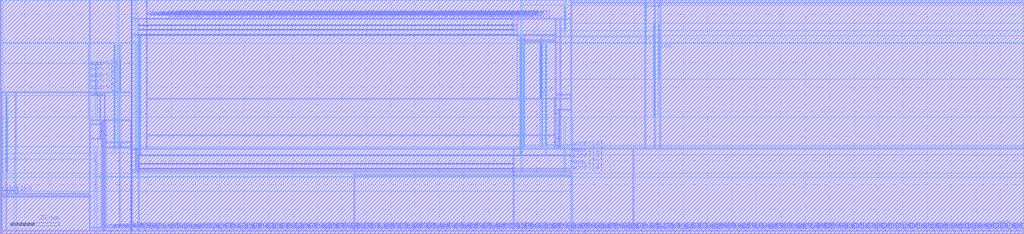
<source format=lef>
VERSION 5.4 ;
NAMESCASESENSITIVE ON ;
BUSBITCHARS "[]" ;
DIVIDERCHAR "/" ;
UNITS
  DATABASE MICRONS 2000 ;
END UNITS
MACRO freepdk45_sram_1w1r_28x128_32
   CLASS BLOCK ;
   SIZE 419.695 BY 95.925 ;
   SYMMETRY X Y R90 ;
   PIN din0[0]
      DIRECTION INPUT ;
      PORT
         LAYER metal3 ;
         RECT  53.83 1.105 53.965 1.24 ;
      END
   END din0[0]
   PIN din0[1]
      DIRECTION INPUT ;
      PORT
         LAYER metal3 ;
         RECT  56.69 1.105 56.825 1.24 ;
      END
   END din0[1]
   PIN din0[2]
      DIRECTION INPUT ;
      PORT
         LAYER metal3 ;
         RECT  59.55 1.105 59.685 1.24 ;
      END
   END din0[2]
   PIN din0[3]
      DIRECTION INPUT ;
      PORT
         LAYER metal3 ;
         RECT  62.41 1.105 62.545 1.24 ;
      END
   END din0[3]
   PIN din0[4]
      DIRECTION INPUT ;
      PORT
         LAYER metal3 ;
         RECT  65.27 1.105 65.405 1.24 ;
      END
   END din0[4]
   PIN din0[5]
      DIRECTION INPUT ;
      PORT
         LAYER metal3 ;
         RECT  68.13 1.105 68.265 1.24 ;
      END
   END din0[5]
   PIN din0[6]
      DIRECTION INPUT ;
      PORT
         LAYER metal3 ;
         RECT  70.99 1.105 71.125 1.24 ;
      END
   END din0[6]
   PIN din0[7]
      DIRECTION INPUT ;
      PORT
         LAYER metal3 ;
         RECT  73.85 1.105 73.985 1.24 ;
      END
   END din0[7]
   PIN din0[8]
      DIRECTION INPUT ;
      PORT
         LAYER metal3 ;
         RECT  76.71 1.105 76.845 1.24 ;
      END
   END din0[8]
   PIN din0[9]
      DIRECTION INPUT ;
      PORT
         LAYER metal3 ;
         RECT  79.57 1.105 79.705 1.24 ;
      END
   END din0[9]
   PIN din0[10]
      DIRECTION INPUT ;
      PORT
         LAYER metal3 ;
         RECT  82.43 1.105 82.565 1.24 ;
      END
   END din0[10]
   PIN din0[11]
      DIRECTION INPUT ;
      PORT
         LAYER metal3 ;
         RECT  85.29 1.105 85.425 1.24 ;
      END
   END din0[11]
   PIN din0[12]
      DIRECTION INPUT ;
      PORT
         LAYER metal3 ;
         RECT  88.15 1.105 88.285 1.24 ;
      END
   END din0[12]
   PIN din0[13]
      DIRECTION INPUT ;
      PORT
         LAYER metal3 ;
         RECT  91.01 1.105 91.145 1.24 ;
      END
   END din0[13]
   PIN din0[14]
      DIRECTION INPUT ;
      PORT
         LAYER metal3 ;
         RECT  93.87 1.105 94.005 1.24 ;
      END
   END din0[14]
   PIN din0[15]
      DIRECTION INPUT ;
      PORT
         LAYER metal3 ;
         RECT  96.73 1.105 96.865 1.24 ;
      END
   END din0[15]
   PIN din0[16]
      DIRECTION INPUT ;
      PORT
         LAYER metal3 ;
         RECT  99.59 1.105 99.725 1.24 ;
      END
   END din0[16]
   PIN din0[17]
      DIRECTION INPUT ;
      PORT
         LAYER metal3 ;
         RECT  102.45 1.105 102.585 1.24 ;
      END
   END din0[17]
   PIN din0[18]
      DIRECTION INPUT ;
      PORT
         LAYER metal3 ;
         RECT  105.31 1.105 105.445 1.24 ;
      END
   END din0[18]
   PIN din0[19]
      DIRECTION INPUT ;
      PORT
         LAYER metal3 ;
         RECT  108.17 1.105 108.305 1.24 ;
      END
   END din0[19]
   PIN din0[20]
      DIRECTION INPUT ;
      PORT
         LAYER metal3 ;
         RECT  111.03 1.105 111.165 1.24 ;
      END
   END din0[20]
   PIN din0[21]
      DIRECTION INPUT ;
      PORT
         LAYER metal3 ;
         RECT  113.89 1.105 114.025 1.24 ;
      END
   END din0[21]
   PIN din0[22]
      DIRECTION INPUT ;
      PORT
         LAYER metal3 ;
         RECT  116.75 1.105 116.885 1.24 ;
      END
   END din0[22]
   PIN din0[23]
      DIRECTION INPUT ;
      PORT
         LAYER metal3 ;
         RECT  119.61 1.105 119.745 1.24 ;
      END
   END din0[23]
   PIN din0[24]
      DIRECTION INPUT ;
      PORT
         LAYER metal3 ;
         RECT  122.47 1.105 122.605 1.24 ;
      END
   END din0[24]
   PIN din0[25]
      DIRECTION INPUT ;
      PORT
         LAYER metal3 ;
         RECT  125.33 1.105 125.465 1.24 ;
      END
   END din0[25]
   PIN din0[26]
      DIRECTION INPUT ;
      PORT
         LAYER metal3 ;
         RECT  128.19 1.105 128.325 1.24 ;
      END
   END din0[26]
   PIN din0[27]
      DIRECTION INPUT ;
      PORT
         LAYER metal3 ;
         RECT  131.05 1.105 131.185 1.24 ;
      END
   END din0[27]
   PIN din0[28]
      DIRECTION INPUT ;
      PORT
         LAYER metal3 ;
         RECT  133.91 1.105 134.045 1.24 ;
      END
   END din0[28]
   PIN din0[29]
      DIRECTION INPUT ;
      PORT
         LAYER metal3 ;
         RECT  136.77 1.105 136.905 1.24 ;
      END
   END din0[29]
   PIN din0[30]
      DIRECTION INPUT ;
      PORT
         LAYER metal3 ;
         RECT  139.63 1.105 139.765 1.24 ;
      END
   END din0[30]
   PIN din0[31]
      DIRECTION INPUT ;
      PORT
         LAYER metal3 ;
         RECT  142.49 1.105 142.625 1.24 ;
      END
   END din0[31]
   PIN din0[32]
      DIRECTION INPUT ;
      PORT
         LAYER metal3 ;
         RECT  145.35 1.105 145.485 1.24 ;
      END
   END din0[32]
   PIN din0[33]
      DIRECTION INPUT ;
      PORT
         LAYER metal3 ;
         RECT  148.21 1.105 148.345 1.24 ;
      END
   END din0[33]
   PIN din0[34]
      DIRECTION INPUT ;
      PORT
         LAYER metal3 ;
         RECT  151.07 1.105 151.205 1.24 ;
      END
   END din0[34]
   PIN din0[35]
      DIRECTION INPUT ;
      PORT
         LAYER metal3 ;
         RECT  153.93 1.105 154.065 1.24 ;
      END
   END din0[35]
   PIN din0[36]
      DIRECTION INPUT ;
      PORT
         LAYER metal3 ;
         RECT  156.79 1.105 156.925 1.24 ;
      END
   END din0[36]
   PIN din0[37]
      DIRECTION INPUT ;
      PORT
         LAYER metal3 ;
         RECT  159.65 1.105 159.785 1.24 ;
      END
   END din0[37]
   PIN din0[38]
      DIRECTION INPUT ;
      PORT
         LAYER metal3 ;
         RECT  162.51 1.105 162.645 1.24 ;
      END
   END din0[38]
   PIN din0[39]
      DIRECTION INPUT ;
      PORT
         LAYER metal3 ;
         RECT  165.37 1.105 165.505 1.24 ;
      END
   END din0[39]
   PIN din0[40]
      DIRECTION INPUT ;
      PORT
         LAYER metal3 ;
         RECT  168.23 1.105 168.365 1.24 ;
      END
   END din0[40]
   PIN din0[41]
      DIRECTION INPUT ;
      PORT
         LAYER metal3 ;
         RECT  171.09 1.105 171.225 1.24 ;
      END
   END din0[41]
   PIN din0[42]
      DIRECTION INPUT ;
      PORT
         LAYER metal3 ;
         RECT  173.95 1.105 174.085 1.24 ;
      END
   END din0[42]
   PIN din0[43]
      DIRECTION INPUT ;
      PORT
         LAYER metal3 ;
         RECT  176.81 1.105 176.945 1.24 ;
      END
   END din0[43]
   PIN din0[44]
      DIRECTION INPUT ;
      PORT
         LAYER metal3 ;
         RECT  179.67 1.105 179.805 1.24 ;
      END
   END din0[44]
   PIN din0[45]
      DIRECTION INPUT ;
      PORT
         LAYER metal3 ;
         RECT  182.53 1.105 182.665 1.24 ;
      END
   END din0[45]
   PIN din0[46]
      DIRECTION INPUT ;
      PORT
         LAYER metal3 ;
         RECT  185.39 1.105 185.525 1.24 ;
      END
   END din0[46]
   PIN din0[47]
      DIRECTION INPUT ;
      PORT
         LAYER metal3 ;
         RECT  188.25 1.105 188.385 1.24 ;
      END
   END din0[47]
   PIN din0[48]
      DIRECTION INPUT ;
      PORT
         LAYER metal3 ;
         RECT  191.11 1.105 191.245 1.24 ;
      END
   END din0[48]
   PIN din0[49]
      DIRECTION INPUT ;
      PORT
         LAYER metal3 ;
         RECT  193.97 1.105 194.105 1.24 ;
      END
   END din0[49]
   PIN din0[50]
      DIRECTION INPUT ;
      PORT
         LAYER metal3 ;
         RECT  196.83 1.105 196.965 1.24 ;
      END
   END din0[50]
   PIN din0[51]
      DIRECTION INPUT ;
      PORT
         LAYER metal3 ;
         RECT  199.69 1.105 199.825 1.24 ;
      END
   END din0[51]
   PIN din0[52]
      DIRECTION INPUT ;
      PORT
         LAYER metal3 ;
         RECT  202.55 1.105 202.685 1.24 ;
      END
   END din0[52]
   PIN din0[53]
      DIRECTION INPUT ;
      PORT
         LAYER metal3 ;
         RECT  205.41 1.105 205.545 1.24 ;
      END
   END din0[53]
   PIN din0[54]
      DIRECTION INPUT ;
      PORT
         LAYER metal3 ;
         RECT  208.27 1.105 208.405 1.24 ;
      END
   END din0[54]
   PIN din0[55]
      DIRECTION INPUT ;
      PORT
         LAYER metal3 ;
         RECT  211.13 1.105 211.265 1.24 ;
      END
   END din0[55]
   PIN din0[56]
      DIRECTION INPUT ;
      PORT
         LAYER metal3 ;
         RECT  213.99 1.105 214.125 1.24 ;
      END
   END din0[56]
   PIN din0[57]
      DIRECTION INPUT ;
      PORT
         LAYER metal3 ;
         RECT  216.85 1.105 216.985 1.24 ;
      END
   END din0[57]
   PIN din0[58]
      DIRECTION INPUT ;
      PORT
         LAYER metal3 ;
         RECT  219.71 1.105 219.845 1.24 ;
      END
   END din0[58]
   PIN din0[59]
      DIRECTION INPUT ;
      PORT
         LAYER metal3 ;
         RECT  222.57 1.105 222.705 1.24 ;
      END
   END din0[59]
   PIN din0[60]
      DIRECTION INPUT ;
      PORT
         LAYER metal3 ;
         RECT  225.43 1.105 225.565 1.24 ;
      END
   END din0[60]
   PIN din0[61]
      DIRECTION INPUT ;
      PORT
         LAYER metal3 ;
         RECT  228.29 1.105 228.425 1.24 ;
      END
   END din0[61]
   PIN din0[62]
      DIRECTION INPUT ;
      PORT
         LAYER metal3 ;
         RECT  231.15 1.105 231.285 1.24 ;
      END
   END din0[62]
   PIN din0[63]
      DIRECTION INPUT ;
      PORT
         LAYER metal3 ;
         RECT  234.01 1.105 234.145 1.24 ;
      END
   END din0[63]
   PIN din0[64]
      DIRECTION INPUT ;
      PORT
         LAYER metal3 ;
         RECT  236.87 1.105 237.005 1.24 ;
      END
   END din0[64]
   PIN din0[65]
      DIRECTION INPUT ;
      PORT
         LAYER metal3 ;
         RECT  239.73 1.105 239.865 1.24 ;
      END
   END din0[65]
   PIN din0[66]
      DIRECTION INPUT ;
      PORT
         LAYER metal3 ;
         RECT  242.59 1.105 242.725 1.24 ;
      END
   END din0[66]
   PIN din0[67]
      DIRECTION INPUT ;
      PORT
         LAYER metal3 ;
         RECT  245.45 1.105 245.585 1.24 ;
      END
   END din0[67]
   PIN din0[68]
      DIRECTION INPUT ;
      PORT
         LAYER metal3 ;
         RECT  248.31 1.105 248.445 1.24 ;
      END
   END din0[68]
   PIN din0[69]
      DIRECTION INPUT ;
      PORT
         LAYER metal3 ;
         RECT  251.17 1.105 251.305 1.24 ;
      END
   END din0[69]
   PIN din0[70]
      DIRECTION INPUT ;
      PORT
         LAYER metal3 ;
         RECT  254.03 1.105 254.165 1.24 ;
      END
   END din0[70]
   PIN din0[71]
      DIRECTION INPUT ;
      PORT
         LAYER metal3 ;
         RECT  256.89 1.105 257.025 1.24 ;
      END
   END din0[71]
   PIN din0[72]
      DIRECTION INPUT ;
      PORT
         LAYER metal3 ;
         RECT  259.75 1.105 259.885 1.24 ;
      END
   END din0[72]
   PIN din0[73]
      DIRECTION INPUT ;
      PORT
         LAYER metal3 ;
         RECT  262.61 1.105 262.745 1.24 ;
      END
   END din0[73]
   PIN din0[74]
      DIRECTION INPUT ;
      PORT
         LAYER metal3 ;
         RECT  265.47 1.105 265.605 1.24 ;
      END
   END din0[74]
   PIN din0[75]
      DIRECTION INPUT ;
      PORT
         LAYER metal3 ;
         RECT  268.33 1.105 268.465 1.24 ;
      END
   END din0[75]
   PIN din0[76]
      DIRECTION INPUT ;
      PORT
         LAYER metal3 ;
         RECT  271.19 1.105 271.325 1.24 ;
      END
   END din0[76]
   PIN din0[77]
      DIRECTION INPUT ;
      PORT
         LAYER metal3 ;
         RECT  274.05 1.105 274.185 1.24 ;
      END
   END din0[77]
   PIN din0[78]
      DIRECTION INPUT ;
      PORT
         LAYER metal3 ;
         RECT  276.91 1.105 277.045 1.24 ;
      END
   END din0[78]
   PIN din0[79]
      DIRECTION INPUT ;
      PORT
         LAYER metal3 ;
         RECT  279.77 1.105 279.905 1.24 ;
      END
   END din0[79]
   PIN din0[80]
      DIRECTION INPUT ;
      PORT
         LAYER metal3 ;
         RECT  282.63 1.105 282.765 1.24 ;
      END
   END din0[80]
   PIN din0[81]
      DIRECTION INPUT ;
      PORT
         LAYER metal3 ;
         RECT  285.49 1.105 285.625 1.24 ;
      END
   END din0[81]
   PIN din0[82]
      DIRECTION INPUT ;
      PORT
         LAYER metal3 ;
         RECT  288.35 1.105 288.485 1.24 ;
      END
   END din0[82]
   PIN din0[83]
      DIRECTION INPUT ;
      PORT
         LAYER metal3 ;
         RECT  291.21 1.105 291.345 1.24 ;
      END
   END din0[83]
   PIN din0[84]
      DIRECTION INPUT ;
      PORT
         LAYER metal3 ;
         RECT  294.07 1.105 294.205 1.24 ;
      END
   END din0[84]
   PIN din0[85]
      DIRECTION INPUT ;
      PORT
         LAYER metal3 ;
         RECT  296.93 1.105 297.065 1.24 ;
      END
   END din0[85]
   PIN din0[86]
      DIRECTION INPUT ;
      PORT
         LAYER metal3 ;
         RECT  299.79 1.105 299.925 1.24 ;
      END
   END din0[86]
   PIN din0[87]
      DIRECTION INPUT ;
      PORT
         LAYER metal3 ;
         RECT  302.65 1.105 302.785 1.24 ;
      END
   END din0[87]
   PIN din0[88]
      DIRECTION INPUT ;
      PORT
         LAYER metal3 ;
         RECT  305.51 1.105 305.645 1.24 ;
      END
   END din0[88]
   PIN din0[89]
      DIRECTION INPUT ;
      PORT
         LAYER metal3 ;
         RECT  308.37 1.105 308.505 1.24 ;
      END
   END din0[89]
   PIN din0[90]
      DIRECTION INPUT ;
      PORT
         LAYER metal3 ;
         RECT  311.23 1.105 311.365 1.24 ;
      END
   END din0[90]
   PIN din0[91]
      DIRECTION INPUT ;
      PORT
         LAYER metal3 ;
         RECT  314.09 1.105 314.225 1.24 ;
      END
   END din0[91]
   PIN din0[92]
      DIRECTION INPUT ;
      PORT
         LAYER metal3 ;
         RECT  316.95 1.105 317.085 1.24 ;
      END
   END din0[92]
   PIN din0[93]
      DIRECTION INPUT ;
      PORT
         LAYER metal3 ;
         RECT  319.81 1.105 319.945 1.24 ;
      END
   END din0[93]
   PIN din0[94]
      DIRECTION INPUT ;
      PORT
         LAYER metal3 ;
         RECT  322.67 1.105 322.805 1.24 ;
      END
   END din0[94]
   PIN din0[95]
      DIRECTION INPUT ;
      PORT
         LAYER metal3 ;
         RECT  325.53 1.105 325.665 1.24 ;
      END
   END din0[95]
   PIN din0[96]
      DIRECTION INPUT ;
      PORT
         LAYER metal3 ;
         RECT  328.39 1.105 328.525 1.24 ;
      END
   END din0[96]
   PIN din0[97]
      DIRECTION INPUT ;
      PORT
         LAYER metal3 ;
         RECT  331.25 1.105 331.385 1.24 ;
      END
   END din0[97]
   PIN din0[98]
      DIRECTION INPUT ;
      PORT
         LAYER metal3 ;
         RECT  334.11 1.105 334.245 1.24 ;
      END
   END din0[98]
   PIN din0[99]
      DIRECTION INPUT ;
      PORT
         LAYER metal3 ;
         RECT  336.97 1.105 337.105 1.24 ;
      END
   END din0[99]
   PIN din0[100]
      DIRECTION INPUT ;
      PORT
         LAYER metal3 ;
         RECT  339.83 1.105 339.965 1.24 ;
      END
   END din0[100]
   PIN din0[101]
      DIRECTION INPUT ;
      PORT
         LAYER metal3 ;
         RECT  342.69 1.105 342.825 1.24 ;
      END
   END din0[101]
   PIN din0[102]
      DIRECTION INPUT ;
      PORT
         LAYER metal3 ;
         RECT  345.55 1.105 345.685 1.24 ;
      END
   END din0[102]
   PIN din0[103]
      DIRECTION INPUT ;
      PORT
         LAYER metal3 ;
         RECT  348.41 1.105 348.545 1.24 ;
      END
   END din0[103]
   PIN din0[104]
      DIRECTION INPUT ;
      PORT
         LAYER metal3 ;
         RECT  351.27 1.105 351.405 1.24 ;
      END
   END din0[104]
   PIN din0[105]
      DIRECTION INPUT ;
      PORT
         LAYER metal3 ;
         RECT  354.13 1.105 354.265 1.24 ;
      END
   END din0[105]
   PIN din0[106]
      DIRECTION INPUT ;
      PORT
         LAYER metal3 ;
         RECT  356.99 1.105 357.125 1.24 ;
      END
   END din0[106]
   PIN din0[107]
      DIRECTION INPUT ;
      PORT
         LAYER metal3 ;
         RECT  359.85 1.105 359.985 1.24 ;
      END
   END din0[107]
   PIN din0[108]
      DIRECTION INPUT ;
      PORT
         LAYER metal3 ;
         RECT  362.71 1.105 362.845 1.24 ;
      END
   END din0[108]
   PIN din0[109]
      DIRECTION INPUT ;
      PORT
         LAYER metal3 ;
         RECT  365.57 1.105 365.705 1.24 ;
      END
   END din0[109]
   PIN din0[110]
      DIRECTION INPUT ;
      PORT
         LAYER metal3 ;
         RECT  368.43 1.105 368.565 1.24 ;
      END
   END din0[110]
   PIN din0[111]
      DIRECTION INPUT ;
      PORT
         LAYER metal3 ;
         RECT  371.29 1.105 371.425 1.24 ;
      END
   END din0[111]
   PIN din0[112]
      DIRECTION INPUT ;
      PORT
         LAYER metal3 ;
         RECT  374.15 1.105 374.285 1.24 ;
      END
   END din0[112]
   PIN din0[113]
      DIRECTION INPUT ;
      PORT
         LAYER metal3 ;
         RECT  377.01 1.105 377.145 1.24 ;
      END
   END din0[113]
   PIN din0[114]
      DIRECTION INPUT ;
      PORT
         LAYER metal3 ;
         RECT  379.87 1.105 380.005 1.24 ;
      END
   END din0[114]
   PIN din0[115]
      DIRECTION INPUT ;
      PORT
         LAYER metal3 ;
         RECT  382.73 1.105 382.865 1.24 ;
      END
   END din0[115]
   PIN din0[116]
      DIRECTION INPUT ;
      PORT
         LAYER metal3 ;
         RECT  385.59 1.105 385.725 1.24 ;
      END
   END din0[116]
   PIN din0[117]
      DIRECTION INPUT ;
      PORT
         LAYER metal3 ;
         RECT  388.45 1.105 388.585 1.24 ;
      END
   END din0[117]
   PIN din0[118]
      DIRECTION INPUT ;
      PORT
         LAYER metal3 ;
         RECT  391.31 1.105 391.445 1.24 ;
      END
   END din0[118]
   PIN din0[119]
      DIRECTION INPUT ;
      PORT
         LAYER metal3 ;
         RECT  394.17 1.105 394.305 1.24 ;
      END
   END din0[119]
   PIN din0[120]
      DIRECTION INPUT ;
      PORT
         LAYER metal3 ;
         RECT  397.03 1.105 397.165 1.24 ;
      END
   END din0[120]
   PIN din0[121]
      DIRECTION INPUT ;
      PORT
         LAYER metal3 ;
         RECT  399.89 1.105 400.025 1.24 ;
      END
   END din0[121]
   PIN din0[122]
      DIRECTION INPUT ;
      PORT
         LAYER metal3 ;
         RECT  402.75 1.105 402.885 1.24 ;
      END
   END din0[122]
   PIN din0[123]
      DIRECTION INPUT ;
      PORT
         LAYER metal3 ;
         RECT  405.61 1.105 405.745 1.24 ;
      END
   END din0[123]
   PIN din0[124]
      DIRECTION INPUT ;
      PORT
         LAYER metal3 ;
         RECT  408.47 1.105 408.605 1.24 ;
      END
   END din0[124]
   PIN din0[125]
      DIRECTION INPUT ;
      PORT
         LAYER metal3 ;
         RECT  411.33 1.105 411.465 1.24 ;
      END
   END din0[125]
   PIN din0[126]
      DIRECTION INPUT ;
      PORT
         LAYER metal3 ;
         RECT  414.19 1.105 414.325 1.24 ;
      END
   END din0[126]
   PIN din0[127]
      DIRECTION INPUT ;
      PORT
         LAYER metal3 ;
         RECT  417.05 1.105 417.185 1.24 ;
      END
   END din0[127]
   PIN addr0[0]
      DIRECTION INPUT ;
      PORT
         LAYER metal3 ;
         RECT  36.67 57.9425 36.805 58.0775 ;
      END
   END addr0[0]
   PIN addr0[1]
      DIRECTION INPUT ;
      PORT
         LAYER metal3 ;
         RECT  36.67 60.6725 36.805 60.8075 ;
      END
   END addr0[1]
   PIN addr0[2]
      DIRECTION INPUT ;
      PORT
         LAYER metal3 ;
         RECT  36.67 62.8825 36.805 63.0175 ;
      END
   END addr0[2]
   PIN addr0[3]
      DIRECTION INPUT ;
      PORT
         LAYER metal3 ;
         RECT  36.67 65.6125 36.805 65.7475 ;
      END
   END addr0[3]
   PIN addr0[4]
      DIRECTION INPUT ;
      PORT
         LAYER metal3 ;
         RECT  36.67 67.8225 36.805 67.9575 ;
      END
   END addr0[4]
   PIN addr1[0]
      DIRECTION INPUT ;
      PORT
         LAYER metal3 ;
         RECT  233.91 34.8025 234.045 34.9375 ;
      END
   END addr1[0]
   PIN addr1[1]
      DIRECTION INPUT ;
      PORT
         LAYER metal3 ;
         RECT  233.91 32.0725 234.045 32.2075 ;
      END
   END addr1[1]
   PIN addr1[2]
      DIRECTION INPUT ;
      PORT
         LAYER metal3 ;
         RECT  233.91 29.8625 234.045 29.9975 ;
      END
   END addr1[2]
   PIN addr1[3]
      DIRECTION INPUT ;
      PORT
         LAYER metal3 ;
         RECT  233.91 27.1325 234.045 27.2675 ;
      END
   END addr1[3]
   PIN addr1[4]
      DIRECTION INPUT ;
      PORT
         LAYER metal3 ;
         RECT  233.91 24.9225 234.045 25.0575 ;
      END
   END addr1[4]
   PIN csb0
      DIRECTION INPUT ;
      PORT
         LAYER metal3 ;
         RECT  0.285 16.3425 0.42 16.4775 ;
      END
   END csb0
   PIN csb1
      DIRECTION INPUT ;
      PORT
         LAYER metal3 ;
         RECT  270.435 94.6825 270.57 94.8175 ;
      END
   END csb1
   PIN clk0
      DIRECTION INPUT ;
      PORT
         LAYER metal3 ;
         RECT  6.2475 16.4275 6.3825 16.5625 ;
      END
   END clk0
   PIN clk1
      DIRECTION INPUT ;
      PORT
         LAYER metal3 ;
         RECT  264.3325 94.5975 264.4675 94.7325 ;
      END
   END clk1
   PIN wmask0[0]
      DIRECTION INPUT ;
      PORT
         LAYER metal3 ;
         RECT  42.39 1.105 42.525 1.24 ;
      END
   END wmask0[0]
   PIN wmask0[1]
      DIRECTION INPUT ;
      PORT
         LAYER metal3 ;
         RECT  45.25 1.105 45.385 1.24 ;
      END
   END wmask0[1]
   PIN wmask0[2]
      DIRECTION INPUT ;
      PORT
         LAYER metal3 ;
         RECT  48.11 1.105 48.245 1.24 ;
      END
   END wmask0[2]
   PIN wmask0[3]
      DIRECTION INPUT ;
      PORT
         LAYER metal3 ;
         RECT  50.97 1.105 51.105 1.24 ;
      END
   END wmask0[3]
   PIN dout1[0]
      DIRECTION OUTPUT ;
      PORT
         LAYER metal3 ;
         RECT  60.0275 87.9725 60.1625 88.1075 ;
      END
   END dout1[0]
   PIN dout1[1]
      DIRECTION OUTPUT ;
      PORT
         LAYER metal3 ;
         RECT  61.2025 87.9725 61.3375 88.1075 ;
      END
   END dout1[1]
   PIN dout1[2]
      DIRECTION OUTPUT ;
      PORT
         LAYER metal3 ;
         RECT  62.3775 87.9725 62.5125 88.1075 ;
      END
   END dout1[2]
   PIN dout1[3]
      DIRECTION OUTPUT ;
      PORT
         LAYER metal3 ;
         RECT  63.5525 87.9725 63.6875 88.1075 ;
      END
   END dout1[3]
   PIN dout1[4]
      DIRECTION OUTPUT ;
      PORT
         LAYER metal3 ;
         RECT  64.7275 87.9725 64.8625 88.1075 ;
      END
   END dout1[4]
   PIN dout1[5]
      DIRECTION OUTPUT ;
      PORT
         LAYER metal3 ;
         RECT  65.9025 87.9725 66.0375 88.1075 ;
      END
   END dout1[5]
   PIN dout1[6]
      DIRECTION OUTPUT ;
      PORT
         LAYER metal3 ;
         RECT  67.0775 87.9725 67.2125 88.1075 ;
      END
   END dout1[6]
   PIN dout1[7]
      DIRECTION OUTPUT ;
      PORT
         LAYER metal3 ;
         RECT  68.2525 87.9725 68.3875 88.1075 ;
      END
   END dout1[7]
   PIN dout1[8]
      DIRECTION OUTPUT ;
      PORT
         LAYER metal3 ;
         RECT  69.4275 87.9725 69.5625 88.1075 ;
      END
   END dout1[8]
   PIN dout1[9]
      DIRECTION OUTPUT ;
      PORT
         LAYER metal3 ;
         RECT  70.6025 87.9725 70.7375 88.1075 ;
      END
   END dout1[9]
   PIN dout1[10]
      DIRECTION OUTPUT ;
      PORT
         LAYER metal3 ;
         RECT  71.7775 87.9725 71.9125 88.1075 ;
      END
   END dout1[10]
   PIN dout1[11]
      DIRECTION OUTPUT ;
      PORT
         LAYER metal3 ;
         RECT  72.9525 87.9725 73.0875 88.1075 ;
      END
   END dout1[11]
   PIN dout1[12]
      DIRECTION OUTPUT ;
      PORT
         LAYER metal3 ;
         RECT  74.1275 87.9725 74.2625 88.1075 ;
      END
   END dout1[12]
   PIN dout1[13]
      DIRECTION OUTPUT ;
      PORT
         LAYER metal3 ;
         RECT  75.3025 87.9725 75.4375 88.1075 ;
      END
   END dout1[13]
   PIN dout1[14]
      DIRECTION OUTPUT ;
      PORT
         LAYER metal3 ;
         RECT  76.4775 87.9725 76.6125 88.1075 ;
      END
   END dout1[14]
   PIN dout1[15]
      DIRECTION OUTPUT ;
      PORT
         LAYER metal3 ;
         RECT  77.6525 87.9725 77.7875 88.1075 ;
      END
   END dout1[15]
   PIN dout1[16]
      DIRECTION OUTPUT ;
      PORT
         LAYER metal3 ;
         RECT  78.8275 87.9725 78.9625 88.1075 ;
      END
   END dout1[16]
   PIN dout1[17]
      DIRECTION OUTPUT ;
      PORT
         LAYER metal3 ;
         RECT  80.0025 87.9725 80.1375 88.1075 ;
      END
   END dout1[17]
   PIN dout1[18]
      DIRECTION OUTPUT ;
      PORT
         LAYER metal3 ;
         RECT  81.1775 87.9725 81.3125 88.1075 ;
      END
   END dout1[18]
   PIN dout1[19]
      DIRECTION OUTPUT ;
      PORT
         LAYER metal3 ;
         RECT  82.3525 87.9725 82.4875 88.1075 ;
      END
   END dout1[19]
   PIN dout1[20]
      DIRECTION OUTPUT ;
      PORT
         LAYER metal3 ;
         RECT  83.5275 87.9725 83.6625 88.1075 ;
      END
   END dout1[20]
   PIN dout1[21]
      DIRECTION OUTPUT ;
      PORT
         LAYER metal3 ;
         RECT  84.7025 87.9725 84.8375 88.1075 ;
      END
   END dout1[21]
   PIN dout1[22]
      DIRECTION OUTPUT ;
      PORT
         LAYER metal3 ;
         RECT  85.8775 87.9725 86.0125 88.1075 ;
      END
   END dout1[22]
   PIN dout1[23]
      DIRECTION OUTPUT ;
      PORT
         LAYER metal3 ;
         RECT  87.0525 87.9725 87.1875 88.1075 ;
      END
   END dout1[23]
   PIN dout1[24]
      DIRECTION OUTPUT ;
      PORT
         LAYER metal3 ;
         RECT  88.2275 87.9725 88.3625 88.1075 ;
      END
   END dout1[24]
   PIN dout1[25]
      DIRECTION OUTPUT ;
      PORT
         LAYER metal3 ;
         RECT  89.4025 87.9725 89.5375 88.1075 ;
      END
   END dout1[25]
   PIN dout1[26]
      DIRECTION OUTPUT ;
      PORT
         LAYER metal3 ;
         RECT  90.5775 87.9725 90.7125 88.1075 ;
      END
   END dout1[26]
   PIN dout1[27]
      DIRECTION OUTPUT ;
      PORT
         LAYER metal3 ;
         RECT  91.7525 87.9725 91.8875 88.1075 ;
      END
   END dout1[27]
   PIN dout1[28]
      DIRECTION OUTPUT ;
      PORT
         LAYER metal3 ;
         RECT  92.9275 87.9725 93.0625 88.1075 ;
      END
   END dout1[28]
   PIN dout1[29]
      DIRECTION OUTPUT ;
      PORT
         LAYER metal3 ;
         RECT  94.1025 87.9725 94.2375 88.1075 ;
      END
   END dout1[29]
   PIN dout1[30]
      DIRECTION OUTPUT ;
      PORT
         LAYER metal3 ;
         RECT  95.2775 87.9725 95.4125 88.1075 ;
      END
   END dout1[30]
   PIN dout1[31]
      DIRECTION OUTPUT ;
      PORT
         LAYER metal3 ;
         RECT  96.4525 87.9725 96.5875 88.1075 ;
      END
   END dout1[31]
   PIN dout1[32]
      DIRECTION OUTPUT ;
      PORT
         LAYER metal3 ;
         RECT  97.6275 87.9725 97.7625 88.1075 ;
      END
   END dout1[32]
   PIN dout1[33]
      DIRECTION OUTPUT ;
      PORT
         LAYER metal3 ;
         RECT  98.8025 87.9725 98.9375 88.1075 ;
      END
   END dout1[33]
   PIN dout1[34]
      DIRECTION OUTPUT ;
      PORT
         LAYER metal3 ;
         RECT  99.9775 87.9725 100.1125 88.1075 ;
      END
   END dout1[34]
   PIN dout1[35]
      DIRECTION OUTPUT ;
      PORT
         LAYER metal3 ;
         RECT  101.1525 87.9725 101.2875 88.1075 ;
      END
   END dout1[35]
   PIN dout1[36]
      DIRECTION OUTPUT ;
      PORT
         LAYER metal3 ;
         RECT  102.3275 87.9725 102.4625 88.1075 ;
      END
   END dout1[36]
   PIN dout1[37]
      DIRECTION OUTPUT ;
      PORT
         LAYER metal3 ;
         RECT  103.5025 87.9725 103.6375 88.1075 ;
      END
   END dout1[37]
   PIN dout1[38]
      DIRECTION OUTPUT ;
      PORT
         LAYER metal3 ;
         RECT  104.6775 87.9725 104.8125 88.1075 ;
      END
   END dout1[38]
   PIN dout1[39]
      DIRECTION OUTPUT ;
      PORT
         LAYER metal3 ;
         RECT  105.8525 87.9725 105.9875 88.1075 ;
      END
   END dout1[39]
   PIN dout1[40]
      DIRECTION OUTPUT ;
      PORT
         LAYER metal3 ;
         RECT  107.0275 87.9725 107.1625 88.1075 ;
      END
   END dout1[40]
   PIN dout1[41]
      DIRECTION OUTPUT ;
      PORT
         LAYER metal3 ;
         RECT  108.2025 87.9725 108.3375 88.1075 ;
      END
   END dout1[41]
   PIN dout1[42]
      DIRECTION OUTPUT ;
      PORT
         LAYER metal3 ;
         RECT  109.3775 87.9725 109.5125 88.1075 ;
      END
   END dout1[42]
   PIN dout1[43]
      DIRECTION OUTPUT ;
      PORT
         LAYER metal3 ;
         RECT  110.5525 87.9725 110.6875 88.1075 ;
      END
   END dout1[43]
   PIN dout1[44]
      DIRECTION OUTPUT ;
      PORT
         LAYER metal3 ;
         RECT  111.7275 87.9725 111.8625 88.1075 ;
      END
   END dout1[44]
   PIN dout1[45]
      DIRECTION OUTPUT ;
      PORT
         LAYER metal3 ;
         RECT  112.9025 87.9725 113.0375 88.1075 ;
      END
   END dout1[45]
   PIN dout1[46]
      DIRECTION OUTPUT ;
      PORT
         LAYER metal3 ;
         RECT  114.0775 87.9725 114.2125 88.1075 ;
      END
   END dout1[46]
   PIN dout1[47]
      DIRECTION OUTPUT ;
      PORT
         LAYER metal3 ;
         RECT  115.2525 87.9725 115.3875 88.1075 ;
      END
   END dout1[47]
   PIN dout1[48]
      DIRECTION OUTPUT ;
      PORT
         LAYER metal3 ;
         RECT  116.4275 87.9725 116.5625 88.1075 ;
      END
   END dout1[48]
   PIN dout1[49]
      DIRECTION OUTPUT ;
      PORT
         LAYER metal3 ;
         RECT  117.6025 87.9725 117.7375 88.1075 ;
      END
   END dout1[49]
   PIN dout1[50]
      DIRECTION OUTPUT ;
      PORT
         LAYER metal3 ;
         RECT  118.7775 87.9725 118.9125 88.1075 ;
      END
   END dout1[50]
   PIN dout1[51]
      DIRECTION OUTPUT ;
      PORT
         LAYER metal3 ;
         RECT  119.9525 87.9725 120.0875 88.1075 ;
      END
   END dout1[51]
   PIN dout1[52]
      DIRECTION OUTPUT ;
      PORT
         LAYER metal3 ;
         RECT  121.1275 87.9725 121.2625 88.1075 ;
      END
   END dout1[52]
   PIN dout1[53]
      DIRECTION OUTPUT ;
      PORT
         LAYER metal3 ;
         RECT  122.3025 87.9725 122.4375 88.1075 ;
      END
   END dout1[53]
   PIN dout1[54]
      DIRECTION OUTPUT ;
      PORT
         LAYER metal3 ;
         RECT  123.4775 87.9725 123.6125 88.1075 ;
      END
   END dout1[54]
   PIN dout1[55]
      DIRECTION OUTPUT ;
      PORT
         LAYER metal3 ;
         RECT  124.6525 87.9725 124.7875 88.1075 ;
      END
   END dout1[55]
   PIN dout1[56]
      DIRECTION OUTPUT ;
      PORT
         LAYER metal3 ;
         RECT  125.8275 87.9725 125.9625 88.1075 ;
      END
   END dout1[56]
   PIN dout1[57]
      DIRECTION OUTPUT ;
      PORT
         LAYER metal3 ;
         RECT  127.0025 87.9725 127.1375 88.1075 ;
      END
   END dout1[57]
   PIN dout1[58]
      DIRECTION OUTPUT ;
      PORT
         LAYER metal3 ;
         RECT  128.1775 87.9725 128.3125 88.1075 ;
      END
   END dout1[58]
   PIN dout1[59]
      DIRECTION OUTPUT ;
      PORT
         LAYER metal3 ;
         RECT  129.3525 87.9725 129.4875 88.1075 ;
      END
   END dout1[59]
   PIN dout1[60]
      DIRECTION OUTPUT ;
      PORT
         LAYER metal3 ;
         RECT  130.5275 87.9725 130.6625 88.1075 ;
      END
   END dout1[60]
   PIN dout1[61]
      DIRECTION OUTPUT ;
      PORT
         LAYER metal3 ;
         RECT  131.7025 87.9725 131.8375 88.1075 ;
      END
   END dout1[61]
   PIN dout1[62]
      DIRECTION OUTPUT ;
      PORT
         LAYER metal3 ;
         RECT  132.8775 87.9725 133.0125 88.1075 ;
      END
   END dout1[62]
   PIN dout1[63]
      DIRECTION OUTPUT ;
      PORT
         LAYER metal3 ;
         RECT  134.0525 87.9725 134.1875 88.1075 ;
      END
   END dout1[63]
   PIN dout1[64]
      DIRECTION OUTPUT ;
      PORT
         LAYER metal3 ;
         RECT  135.2275 87.9725 135.3625 88.1075 ;
      END
   END dout1[64]
   PIN dout1[65]
      DIRECTION OUTPUT ;
      PORT
         LAYER metal3 ;
         RECT  136.4025 87.9725 136.5375 88.1075 ;
      END
   END dout1[65]
   PIN dout1[66]
      DIRECTION OUTPUT ;
      PORT
         LAYER metal3 ;
         RECT  137.5775 87.9725 137.7125 88.1075 ;
      END
   END dout1[66]
   PIN dout1[67]
      DIRECTION OUTPUT ;
      PORT
         LAYER metal3 ;
         RECT  138.7525 87.9725 138.8875 88.1075 ;
      END
   END dout1[67]
   PIN dout1[68]
      DIRECTION OUTPUT ;
      PORT
         LAYER metal3 ;
         RECT  139.9275 87.9725 140.0625 88.1075 ;
      END
   END dout1[68]
   PIN dout1[69]
      DIRECTION OUTPUT ;
      PORT
         LAYER metal3 ;
         RECT  141.1025 87.9725 141.2375 88.1075 ;
      END
   END dout1[69]
   PIN dout1[70]
      DIRECTION OUTPUT ;
      PORT
         LAYER metal3 ;
         RECT  142.2775 87.9725 142.4125 88.1075 ;
      END
   END dout1[70]
   PIN dout1[71]
      DIRECTION OUTPUT ;
      PORT
         LAYER metal3 ;
         RECT  143.4525 87.9725 143.5875 88.1075 ;
      END
   END dout1[71]
   PIN dout1[72]
      DIRECTION OUTPUT ;
      PORT
         LAYER metal3 ;
         RECT  144.6275 87.9725 144.7625 88.1075 ;
      END
   END dout1[72]
   PIN dout1[73]
      DIRECTION OUTPUT ;
      PORT
         LAYER metal3 ;
         RECT  145.8025 87.9725 145.9375 88.1075 ;
      END
   END dout1[73]
   PIN dout1[74]
      DIRECTION OUTPUT ;
      PORT
         LAYER metal3 ;
         RECT  146.9775 87.9725 147.1125 88.1075 ;
      END
   END dout1[74]
   PIN dout1[75]
      DIRECTION OUTPUT ;
      PORT
         LAYER metal3 ;
         RECT  148.1525 87.9725 148.2875 88.1075 ;
      END
   END dout1[75]
   PIN dout1[76]
      DIRECTION OUTPUT ;
      PORT
         LAYER metal3 ;
         RECT  149.3275 87.9725 149.4625 88.1075 ;
      END
   END dout1[76]
   PIN dout1[77]
      DIRECTION OUTPUT ;
      PORT
         LAYER metal3 ;
         RECT  150.5025 87.9725 150.6375 88.1075 ;
      END
   END dout1[77]
   PIN dout1[78]
      DIRECTION OUTPUT ;
      PORT
         LAYER metal3 ;
         RECT  151.6775 87.9725 151.8125 88.1075 ;
      END
   END dout1[78]
   PIN dout1[79]
      DIRECTION OUTPUT ;
      PORT
         LAYER metal3 ;
         RECT  152.8525 87.9725 152.9875 88.1075 ;
      END
   END dout1[79]
   PIN dout1[80]
      DIRECTION OUTPUT ;
      PORT
         LAYER metal3 ;
         RECT  154.0275 87.9725 154.1625 88.1075 ;
      END
   END dout1[80]
   PIN dout1[81]
      DIRECTION OUTPUT ;
      PORT
         LAYER metal3 ;
         RECT  155.2025 87.9725 155.3375 88.1075 ;
      END
   END dout1[81]
   PIN dout1[82]
      DIRECTION OUTPUT ;
      PORT
         LAYER metal3 ;
         RECT  156.3775 87.9725 156.5125 88.1075 ;
      END
   END dout1[82]
   PIN dout1[83]
      DIRECTION OUTPUT ;
      PORT
         LAYER metal3 ;
         RECT  157.5525 87.9725 157.6875 88.1075 ;
      END
   END dout1[83]
   PIN dout1[84]
      DIRECTION OUTPUT ;
      PORT
         LAYER metal3 ;
         RECT  158.7275 87.9725 158.8625 88.1075 ;
      END
   END dout1[84]
   PIN dout1[85]
      DIRECTION OUTPUT ;
      PORT
         LAYER metal3 ;
         RECT  159.9025 87.9725 160.0375 88.1075 ;
      END
   END dout1[85]
   PIN dout1[86]
      DIRECTION OUTPUT ;
      PORT
         LAYER metal3 ;
         RECT  161.0775 87.9725 161.2125 88.1075 ;
      END
   END dout1[86]
   PIN dout1[87]
      DIRECTION OUTPUT ;
      PORT
         LAYER metal3 ;
         RECT  162.2525 87.9725 162.3875 88.1075 ;
      END
   END dout1[87]
   PIN dout1[88]
      DIRECTION OUTPUT ;
      PORT
         LAYER metal3 ;
         RECT  163.4275 87.9725 163.5625 88.1075 ;
      END
   END dout1[88]
   PIN dout1[89]
      DIRECTION OUTPUT ;
      PORT
         LAYER metal3 ;
         RECT  164.6025 87.9725 164.7375 88.1075 ;
      END
   END dout1[89]
   PIN dout1[90]
      DIRECTION OUTPUT ;
      PORT
         LAYER metal3 ;
         RECT  165.7775 87.9725 165.9125 88.1075 ;
      END
   END dout1[90]
   PIN dout1[91]
      DIRECTION OUTPUT ;
      PORT
         LAYER metal3 ;
         RECT  166.9525 87.9725 167.0875 88.1075 ;
      END
   END dout1[91]
   PIN dout1[92]
      DIRECTION OUTPUT ;
      PORT
         LAYER metal3 ;
         RECT  168.1275 87.9725 168.2625 88.1075 ;
      END
   END dout1[92]
   PIN dout1[93]
      DIRECTION OUTPUT ;
      PORT
         LAYER metal3 ;
         RECT  169.3025 87.9725 169.4375 88.1075 ;
      END
   END dout1[93]
   PIN dout1[94]
      DIRECTION OUTPUT ;
      PORT
         LAYER metal3 ;
         RECT  170.4775 87.9725 170.6125 88.1075 ;
      END
   END dout1[94]
   PIN dout1[95]
      DIRECTION OUTPUT ;
      PORT
         LAYER metal3 ;
         RECT  171.6525 87.9725 171.7875 88.1075 ;
      END
   END dout1[95]
   PIN dout1[96]
      DIRECTION OUTPUT ;
      PORT
         LAYER metal3 ;
         RECT  172.8275 87.9725 172.9625 88.1075 ;
      END
   END dout1[96]
   PIN dout1[97]
      DIRECTION OUTPUT ;
      PORT
         LAYER metal3 ;
         RECT  174.0025 87.9725 174.1375 88.1075 ;
      END
   END dout1[97]
   PIN dout1[98]
      DIRECTION OUTPUT ;
      PORT
         LAYER metal3 ;
         RECT  175.1775 87.9725 175.3125 88.1075 ;
      END
   END dout1[98]
   PIN dout1[99]
      DIRECTION OUTPUT ;
      PORT
         LAYER metal3 ;
         RECT  176.3525 87.9725 176.4875 88.1075 ;
      END
   END dout1[99]
   PIN dout1[100]
      DIRECTION OUTPUT ;
      PORT
         LAYER metal3 ;
         RECT  177.5275 87.9725 177.6625 88.1075 ;
      END
   END dout1[100]
   PIN dout1[101]
      DIRECTION OUTPUT ;
      PORT
         LAYER metal3 ;
         RECT  178.7025 87.9725 178.8375 88.1075 ;
      END
   END dout1[101]
   PIN dout1[102]
      DIRECTION OUTPUT ;
      PORT
         LAYER metal3 ;
         RECT  179.8775 87.9725 180.0125 88.1075 ;
      END
   END dout1[102]
   PIN dout1[103]
      DIRECTION OUTPUT ;
      PORT
         LAYER metal3 ;
         RECT  181.0525 87.9725 181.1875 88.1075 ;
      END
   END dout1[103]
   PIN dout1[104]
      DIRECTION OUTPUT ;
      PORT
         LAYER metal3 ;
         RECT  182.2275 87.9725 182.3625 88.1075 ;
      END
   END dout1[104]
   PIN dout1[105]
      DIRECTION OUTPUT ;
      PORT
         LAYER metal3 ;
         RECT  183.4025 87.9725 183.5375 88.1075 ;
      END
   END dout1[105]
   PIN dout1[106]
      DIRECTION OUTPUT ;
      PORT
         LAYER metal3 ;
         RECT  184.5775 87.9725 184.7125 88.1075 ;
      END
   END dout1[106]
   PIN dout1[107]
      DIRECTION OUTPUT ;
      PORT
         LAYER metal3 ;
         RECT  185.7525 87.9725 185.8875 88.1075 ;
      END
   END dout1[107]
   PIN dout1[108]
      DIRECTION OUTPUT ;
      PORT
         LAYER metal3 ;
         RECT  186.9275 87.9725 187.0625 88.1075 ;
      END
   END dout1[108]
   PIN dout1[109]
      DIRECTION OUTPUT ;
      PORT
         LAYER metal3 ;
         RECT  188.1025 87.9725 188.2375 88.1075 ;
      END
   END dout1[109]
   PIN dout1[110]
      DIRECTION OUTPUT ;
      PORT
         LAYER metal3 ;
         RECT  189.2775 87.9725 189.4125 88.1075 ;
      END
   END dout1[110]
   PIN dout1[111]
      DIRECTION OUTPUT ;
      PORT
         LAYER metal3 ;
         RECT  190.4525 87.9725 190.5875 88.1075 ;
      END
   END dout1[111]
   PIN dout1[112]
      DIRECTION OUTPUT ;
      PORT
         LAYER metal3 ;
         RECT  191.6275 87.9725 191.7625 88.1075 ;
      END
   END dout1[112]
   PIN dout1[113]
      DIRECTION OUTPUT ;
      PORT
         LAYER metal3 ;
         RECT  192.8025 87.9725 192.9375 88.1075 ;
      END
   END dout1[113]
   PIN dout1[114]
      DIRECTION OUTPUT ;
      PORT
         LAYER metal3 ;
         RECT  193.9775 87.9725 194.1125 88.1075 ;
      END
   END dout1[114]
   PIN dout1[115]
      DIRECTION OUTPUT ;
      PORT
         LAYER metal3 ;
         RECT  195.1525 87.9725 195.2875 88.1075 ;
      END
   END dout1[115]
   PIN dout1[116]
      DIRECTION OUTPUT ;
      PORT
         LAYER metal3 ;
         RECT  196.3275 87.9725 196.4625 88.1075 ;
      END
   END dout1[116]
   PIN dout1[117]
      DIRECTION OUTPUT ;
      PORT
         LAYER metal3 ;
         RECT  197.5025 87.9725 197.6375 88.1075 ;
      END
   END dout1[117]
   PIN dout1[118]
      DIRECTION OUTPUT ;
      PORT
         LAYER metal3 ;
         RECT  198.6775 87.9725 198.8125 88.1075 ;
      END
   END dout1[118]
   PIN dout1[119]
      DIRECTION OUTPUT ;
      PORT
         LAYER metal3 ;
         RECT  199.8525 87.9725 199.9875 88.1075 ;
      END
   END dout1[119]
   PIN dout1[120]
      DIRECTION OUTPUT ;
      PORT
         LAYER metal3 ;
         RECT  201.0275 87.9725 201.1625 88.1075 ;
      END
   END dout1[120]
   PIN dout1[121]
      DIRECTION OUTPUT ;
      PORT
         LAYER metal3 ;
         RECT  202.2025 87.9725 202.3375 88.1075 ;
      END
   END dout1[121]
   PIN dout1[122]
      DIRECTION OUTPUT ;
      PORT
         LAYER metal3 ;
         RECT  203.3775 87.9725 203.5125 88.1075 ;
      END
   END dout1[122]
   PIN dout1[123]
      DIRECTION OUTPUT ;
      PORT
         LAYER metal3 ;
         RECT  204.5525 87.9725 204.6875 88.1075 ;
      END
   END dout1[123]
   PIN dout1[124]
      DIRECTION OUTPUT ;
      PORT
         LAYER metal3 ;
         RECT  205.7275 87.9725 205.8625 88.1075 ;
      END
   END dout1[124]
   PIN dout1[125]
      DIRECTION OUTPUT ;
      PORT
         LAYER metal3 ;
         RECT  206.9025 87.9725 207.0375 88.1075 ;
      END
   END dout1[125]
   PIN dout1[126]
      DIRECTION OUTPUT ;
      PORT
         LAYER metal3 ;
         RECT  208.0775 87.9725 208.2125 88.1075 ;
      END
   END dout1[126]
   PIN dout1[127]
      DIRECTION OUTPUT ;
      PORT
         LAYER metal3 ;
         RECT  209.2525 87.9725 209.3875 88.1075 ;
      END
   END dout1[127]
   PIN vdd
      DIRECTION INOUT ;
      USE POWER ; 
      SHAPE ABUTMENT ; 
      PORT
         LAYER metal4 ;
         RECT  0.6875 25.0825 0.8275 47.485 ;
         LAYER metal3 ;
         RECT  56.7075 25.6375 56.8425 25.7725 ;
         LAYER metal4 ;
         RECT  55.695 35.905 55.835 77.905 ;
         LAYER metal3 ;
         RECT  268.295 93.3175 268.43 93.4525 ;
         LAYER metal3 ;
         RECT  145.0675 2.47 145.2025 2.605 ;
         LAYER metal3 ;
         RECT  202.2675 2.47 202.4025 2.605 ;
         LAYER metal3 ;
         RECT  99.3075 2.47 99.4425 2.605 ;
         LAYER metal3 ;
         RECT  213.7075 2.47 213.8425 2.605 ;
         LAYER metal3 ;
         RECT  227.6175 55.3425 227.7525 55.4775 ;
         LAYER metal3 ;
         RECT  227.6175 52.3525 227.7525 52.4875 ;
         LAYER metal3 ;
         RECT  56.8425 81.52 211.7025 81.59 ;
         LAYER metal3 ;
         RECT  259.4675 2.47 259.6025 2.605 ;
         LAYER metal3 ;
         RECT  362.4275 2.47 362.5625 2.605 ;
         LAYER metal4 ;
         RECT  213.605 32.735 213.745 80.825 ;
         LAYER metal3 ;
         RECT  236.5875 2.47 236.7225 2.605 ;
         LAYER metal3 ;
         RECT  270.9075 2.47 271.0425 2.605 ;
         LAYER metal3 ;
         RECT  373.8675 2.47 374.0025 2.605 ;
         LAYER metal3 ;
         RECT  227.2725 40.3925 227.4075 40.5275 ;
         LAYER metal3 ;
         RECT  42.7675 46.3725 42.9025 46.5075 ;
         LAYER metal3 ;
         RECT  350.9875 2.47 351.1225 2.605 ;
         LAYER metal3 ;
         RECT  305.2275 2.47 305.3625 2.605 ;
         LAYER metal3 ;
         RECT  56.8425 26.605 210.0575 26.675 ;
         LAYER metal3 ;
         RECT  2.425 17.7075 2.56 17.8425 ;
         LAYER metal4 ;
         RECT  36.385 56.835 36.525 69.39 ;
         LAYER metal3 ;
         RECT  167.9475 2.47 168.0825 2.605 ;
         LAYER metal3 ;
         RECT  87.8675 2.47 88.0025 2.605 ;
         LAYER metal3 ;
         RECT  179.3875 2.47 179.5225 2.605 ;
         LAYER metal3 ;
         RECT  42.7675 49.3625 42.9025 49.4975 ;
         LAYER metal4 ;
         RECT  234.19 23.49 234.33 36.045 ;
         LAYER metal3 ;
         RECT  339.5475 2.47 339.6825 2.605 ;
         LAYER metal3 ;
         RECT  156.5075 2.47 156.6425 2.605 ;
         LAYER metal3 ;
         RECT  110.7475 2.47 110.8825 2.605 ;
         LAYER metal3 ;
         RECT  214.6875 79.2625 214.8225 79.3975 ;
         LAYER metal3 ;
         RECT  122.1875 2.47 122.3225 2.605 ;
         LAYER metal4 ;
         RECT  222.06 35.905 222.2 77.975 ;
         LAYER metal3 ;
         RECT  227.6175 49.3625 227.7525 49.4975 ;
         LAYER metal3 ;
         RECT  55.6975 34.4125 55.8325 34.5475 ;
         LAYER metal4 ;
         RECT  48.32 35.905 48.46 77.975 ;
         LAYER metal3 ;
         RECT  210.3925 25.6375 210.5275 25.7725 ;
         LAYER metal3 ;
         RECT  53.5475 2.47 53.6825 2.605 ;
         LAYER metal3 ;
         RECT  225.1475 2.47 225.2825 2.605 ;
         LAYER metal3 ;
         RECT  227.2725 37.4025 227.4075 37.5375 ;
         LAYER metal3 ;
         RECT  227.6175 46.3725 227.7525 46.5075 ;
         LAYER metal3 ;
         RECT  385.3075 2.47 385.4425 2.605 ;
         LAYER metal3 ;
         RECT  43.1125 37.4025 43.2475 37.5375 ;
         LAYER metal3 ;
         RECT  43.1125 40.3925 43.2475 40.5275 ;
         LAYER metal3 ;
         RECT  48.94 35.2 49.075 35.335 ;
         LAYER metal4 ;
         RECT  231.47 83.435 231.61 93.455 ;
         LAYER metal3 ;
         RECT  396.7475 2.47 396.8825 2.605 ;
         LAYER metal3 ;
         RECT  42.7675 52.3525 42.9025 52.4875 ;
         LAYER metal4 ;
         RECT  214.685 35.905 214.825 77.905 ;
         LAYER metal4 ;
         RECT  39.105 17.705 39.245 32.665 ;
         LAYER metal3 ;
         RECT  64.9875 2.47 65.1225 2.605 ;
         LAYER metal3 ;
         RECT  76.4275 2.47 76.5625 2.605 ;
         LAYER metal3 ;
         RECT  56.8425 32.04 210.5275 32.11 ;
         LAYER metal3 ;
         RECT  190.8275 2.47 190.9625 2.605 ;
         LAYER metal4 ;
         RECT  56.775 32.735 56.915 80.825 ;
         LAYER metal4 ;
         RECT  270.0275 63.675 270.1675 86.0775 ;
         LAYER metal3 ;
         RECT  282.3475 2.47 282.4825 2.605 ;
         LAYER metal3 ;
         RECT  133.6275 2.47 133.7625 2.605 ;
         LAYER metal3 ;
         RECT  42.7675 55.3425 42.9025 55.4775 ;
         LAYER metal3 ;
         RECT  248.0275 2.47 248.1625 2.605 ;
         LAYER metal3 ;
         RECT  42.1075 2.47 42.2425 2.605 ;
         LAYER metal3 ;
         RECT  221.445 78.475 221.58 78.61 ;
         LAYER metal3 ;
         RECT  316.6675 2.47 316.8025 2.605 ;
         LAYER metal3 ;
         RECT  56.8425 85.4175 210.0575 85.4875 ;
         LAYER metal3 ;
         RECT  328.1075 2.47 328.2425 2.605 ;
         LAYER metal3 ;
         RECT  293.7875 2.47 293.9225 2.605 ;
         LAYER metal3 ;
         RECT  408.1875 2.47 408.3225 2.605 ;
      END
   END vdd
   PIN gnd
      DIRECTION INOUT ;
      USE GROUND ; 
      SHAPE ABUTMENT ; 
      PORT
         LAYER metal3 ;
         RECT  239.4475 0.0 239.5825 0.135 ;
         LAYER metal4 ;
         RECT  6.105 15.235 6.245 30.195 ;
         LAYER metal3 ;
         RECT  67.8475 0.0 67.9825 0.135 ;
         LAYER metal3 ;
         RECT  205.1275 0.0 205.2625 0.135 ;
         LAYER metal3 ;
         RECT  79.2875 0.0 79.4225 0.135 ;
         LAYER metal3 ;
         RECT  56.8425 83.525 210.0925 83.595 ;
         LAYER metal3 ;
         RECT  268.295 95.7875 268.43 95.9225 ;
         LAYER metal3 ;
         RECT  273.7675 0.0 273.9025 0.135 ;
         LAYER metal3 ;
         RECT  147.9275 0.0 148.0625 0.135 ;
         LAYER metal4 ;
         RECT  223.65 35.8725 223.79 77.975 ;
         LAYER metal3 ;
         RECT  229.425 50.8575 229.56 50.9925 ;
         LAYER metal3 ;
         RECT  193.6875 0.0 193.8225 0.135 ;
         LAYER metal3 ;
         RECT  228.8 38.8975 228.935 39.0325 ;
         LAYER metal3 ;
         RECT  353.8475 0.0 353.9825 0.135 ;
         LAYER metal3 ;
         RECT  262.3275 0.0 262.4625 0.135 ;
         LAYER metal3 ;
         RECT  40.96 56.8375 41.095 56.9725 ;
         LAYER metal3 ;
         RECT  170.8075 0.0 170.9425 0.135 ;
         LAYER metal4 ;
         RECT  46.73 35.8725 46.87 77.975 ;
         LAYER metal3 ;
         RECT  210.3925 23.8175 210.5275 23.9525 ;
         LAYER metal3 ;
         RECT  159.3675 0.0 159.5025 0.135 ;
         LAYER metal3 ;
         RECT  296.6475 0.0 296.7825 0.135 ;
         LAYER metal3 ;
         RECT  399.6075 0.0 399.7425 0.135 ;
         LAYER metal3 ;
         RECT  102.1675 0.0 102.3025 0.135 ;
         LAYER metal3 ;
         RECT  228.8 41.8875 228.935 42.0225 ;
         LAYER metal4 ;
         RECT  264.47 80.965 264.61 95.925 ;
         LAYER metal3 ;
         RECT  229.425 47.8675 229.56 48.0025 ;
         LAYER metal3 ;
         RECT  319.5275 0.0 319.6625 0.135 ;
         LAYER metal3 ;
         RECT  41.585 38.8975 41.72 39.0325 ;
         LAYER metal3 ;
         RECT  228.8 35.9075 228.935 36.0425 ;
         LAYER metal3 ;
         RECT  330.9675 0.0 331.1025 0.135 ;
         LAYER metal3 ;
         RECT  40.96 44.8775 41.095 45.0125 ;
         LAYER metal3 ;
         RECT  229.425 44.8775 229.56 45.0125 ;
         LAYER metal4 ;
         RECT  2.75 25.115 2.89 47.5175 ;
         LAYER metal3 ;
         RECT  250.8875 0.0 251.0225 0.135 ;
         LAYER metal4 ;
         RECT  48.88 35.8725 49.02 77.9375 ;
         LAYER metal3 ;
         RECT  136.4875 0.0 136.6225 0.135 ;
         LAYER metal3 ;
         RECT  125.0475 0.0 125.1825 0.135 ;
         LAYER metal4 ;
         RECT  213.145 32.735 213.285 80.825 ;
         LAYER metal3 ;
         RECT  285.2075 0.0 285.3425 0.135 ;
         LAYER metal3 ;
         RECT  228.0075 0.0 228.1425 0.135 ;
         LAYER metal3 ;
         RECT  44.9675 0.0 45.1025 0.135 ;
         LAYER metal3 ;
         RECT  182.2475 0.0 182.3825 0.135 ;
         LAYER metal3 ;
         RECT  56.8425 28.655 210.0575 28.725 ;
         LAYER metal3 ;
         RECT  41.585 41.8875 41.72 42.0225 ;
         LAYER metal4 ;
         RECT  57.235 32.735 57.375 80.825 ;
         LAYER metal4 ;
         RECT  231.33 23.555 231.47 36.11 ;
         LAYER metal3 ;
         RECT  113.6075 0.0 113.7425 0.135 ;
         LAYER metal3 ;
         RECT  40.96 53.8475 41.095 53.9825 ;
         LAYER metal3 ;
         RECT  216.5675 0.0 216.7025 0.135 ;
         LAYER metal3 ;
         RECT  342.4075 0.0 342.5425 0.135 ;
         LAYER metal3 ;
         RECT  40.96 50.8575 41.095 50.9925 ;
         LAYER metal3 ;
         RECT  229.425 56.8375 229.56 56.9725 ;
         LAYER metal4 ;
         RECT  39.245 56.77 39.385 69.325 ;
         LAYER metal4 ;
         RECT  267.965 63.6425 268.105 86.045 ;
         LAYER metal3 ;
         RECT  388.1675 0.0 388.3025 0.135 ;
         LAYER metal3 ;
         RECT  90.7275 0.0 90.8625 0.135 ;
         LAYER metal3 ;
         RECT  308.0875 0.0 308.2225 0.135 ;
         LAYER metal3 ;
         RECT  376.7275 0.0 376.8625 0.135 ;
         LAYER metal3 ;
         RECT  411.0475 0.0 411.1825 0.135 ;
         LAYER metal3 ;
         RECT  365.2875 0.0 365.4225 0.135 ;
         LAYER metal3 ;
         RECT  56.4075 0.0 56.5425 0.135 ;
         LAYER metal3 ;
         RECT  40.96 47.8675 41.095 48.0025 ;
         LAYER metal3 ;
         RECT  41.585 35.9075 41.72 36.0425 ;
         LAYER metal3 ;
         RECT  56.7075 23.8175 56.8425 23.9525 ;
         LAYER metal3 ;
         RECT  229.425 53.8475 229.56 53.9825 ;
         LAYER metal4 ;
         RECT  221.5 35.8725 221.64 77.9375 ;
         LAYER metal3 ;
         RECT  2.425 15.2375 2.56 15.3725 ;
      END
   END gnd
   OBS
   LAYER  metal1 ;
      RECT  0.14 0.14 419.555 95.785 ;
   LAYER  metal2 ;
      RECT  0.14 0.14 419.555 95.785 ;
   LAYER  metal3 ;
      RECT  53.69 0.14 54.105 0.965 ;
      RECT  54.105 0.965 56.55 1.38 ;
      RECT  56.965 0.965 59.41 1.38 ;
      RECT  59.825 0.965 62.27 1.38 ;
      RECT  62.685 0.965 65.13 1.38 ;
      RECT  65.545 0.965 67.99 1.38 ;
      RECT  68.405 0.965 70.85 1.38 ;
      RECT  71.265 0.965 73.71 1.38 ;
      RECT  74.125 0.965 76.57 1.38 ;
      RECT  76.985 0.965 79.43 1.38 ;
      RECT  79.845 0.965 82.29 1.38 ;
      RECT  82.705 0.965 85.15 1.38 ;
      RECT  85.565 0.965 88.01 1.38 ;
      RECT  88.425 0.965 90.87 1.38 ;
      RECT  91.285 0.965 93.73 1.38 ;
      RECT  94.145 0.965 96.59 1.38 ;
      RECT  97.005 0.965 99.45 1.38 ;
      RECT  99.865 0.965 102.31 1.38 ;
      RECT  102.725 0.965 105.17 1.38 ;
      RECT  105.585 0.965 108.03 1.38 ;
      RECT  108.445 0.965 110.89 1.38 ;
      RECT  111.305 0.965 113.75 1.38 ;
      RECT  114.165 0.965 116.61 1.38 ;
      RECT  117.025 0.965 119.47 1.38 ;
      RECT  119.885 0.965 122.33 1.38 ;
      RECT  122.745 0.965 125.19 1.38 ;
      RECT  125.605 0.965 128.05 1.38 ;
      RECT  128.465 0.965 130.91 1.38 ;
      RECT  131.325 0.965 133.77 1.38 ;
      RECT  134.185 0.965 136.63 1.38 ;
      RECT  137.045 0.965 139.49 1.38 ;
      RECT  139.905 0.965 142.35 1.38 ;
      RECT  142.765 0.965 145.21 1.38 ;
      RECT  145.625 0.965 148.07 1.38 ;
      RECT  148.485 0.965 150.93 1.38 ;
      RECT  151.345 0.965 153.79 1.38 ;
      RECT  154.205 0.965 156.65 1.38 ;
      RECT  157.065 0.965 159.51 1.38 ;
      RECT  159.925 0.965 162.37 1.38 ;
      RECT  162.785 0.965 165.23 1.38 ;
      RECT  165.645 0.965 168.09 1.38 ;
      RECT  168.505 0.965 170.95 1.38 ;
      RECT  171.365 0.965 173.81 1.38 ;
      RECT  174.225 0.965 176.67 1.38 ;
      RECT  177.085 0.965 179.53 1.38 ;
      RECT  179.945 0.965 182.39 1.38 ;
      RECT  182.805 0.965 185.25 1.38 ;
      RECT  185.665 0.965 188.11 1.38 ;
      RECT  188.525 0.965 190.97 1.38 ;
      RECT  191.385 0.965 193.83 1.38 ;
      RECT  194.245 0.965 196.69 1.38 ;
      RECT  197.105 0.965 199.55 1.38 ;
      RECT  199.965 0.965 202.41 1.38 ;
      RECT  202.825 0.965 205.27 1.38 ;
      RECT  205.685 0.965 208.13 1.38 ;
      RECT  208.545 0.965 210.99 1.38 ;
      RECT  211.405 0.965 213.85 1.38 ;
      RECT  214.265 0.965 216.71 1.38 ;
      RECT  217.125 0.965 219.57 1.38 ;
      RECT  219.985 0.965 222.43 1.38 ;
      RECT  222.845 0.965 225.29 1.38 ;
      RECT  225.705 0.965 228.15 1.38 ;
      RECT  228.565 0.965 231.01 1.38 ;
      RECT  231.425 0.965 233.87 1.38 ;
      RECT  234.285 0.965 236.73 1.38 ;
      RECT  237.145 0.965 239.59 1.38 ;
      RECT  240.005 0.965 242.45 1.38 ;
      RECT  242.865 0.965 245.31 1.38 ;
      RECT  245.725 0.965 248.17 1.38 ;
      RECT  248.585 0.965 251.03 1.38 ;
      RECT  251.445 0.965 253.89 1.38 ;
      RECT  254.305 0.965 256.75 1.38 ;
      RECT  257.165 0.965 259.61 1.38 ;
      RECT  260.025 0.965 262.47 1.38 ;
      RECT  262.885 0.965 265.33 1.38 ;
      RECT  265.745 0.965 268.19 1.38 ;
      RECT  268.605 0.965 271.05 1.38 ;
      RECT  271.465 0.965 273.91 1.38 ;
      RECT  274.325 0.965 276.77 1.38 ;
      RECT  277.185 0.965 279.63 1.38 ;
      RECT  280.045 0.965 282.49 1.38 ;
      RECT  282.905 0.965 285.35 1.38 ;
      RECT  285.765 0.965 288.21 1.38 ;
      RECT  288.625 0.965 291.07 1.38 ;
      RECT  291.485 0.965 293.93 1.38 ;
      RECT  294.345 0.965 296.79 1.38 ;
      RECT  297.205 0.965 299.65 1.38 ;
      RECT  300.065 0.965 302.51 1.38 ;
      RECT  302.925 0.965 305.37 1.38 ;
      RECT  305.785 0.965 308.23 1.38 ;
      RECT  308.645 0.965 311.09 1.38 ;
      RECT  311.505 0.965 313.95 1.38 ;
      RECT  314.365 0.965 316.81 1.38 ;
      RECT  317.225 0.965 319.67 1.38 ;
      RECT  320.085 0.965 322.53 1.38 ;
      RECT  322.945 0.965 325.39 1.38 ;
      RECT  325.805 0.965 328.25 1.38 ;
      RECT  328.665 0.965 331.11 1.38 ;
      RECT  331.525 0.965 333.97 1.38 ;
      RECT  334.385 0.965 336.83 1.38 ;
      RECT  337.245 0.965 339.69 1.38 ;
      RECT  340.105 0.965 342.55 1.38 ;
      RECT  342.965 0.965 345.41 1.38 ;
      RECT  345.825 0.965 348.27 1.38 ;
      RECT  348.685 0.965 351.13 1.38 ;
      RECT  351.545 0.965 353.99 1.38 ;
      RECT  354.405 0.965 356.85 1.38 ;
      RECT  357.265 0.965 359.71 1.38 ;
      RECT  360.125 0.965 362.57 1.38 ;
      RECT  362.985 0.965 365.43 1.38 ;
      RECT  365.845 0.965 368.29 1.38 ;
      RECT  368.705 0.965 371.15 1.38 ;
      RECT  371.565 0.965 374.01 1.38 ;
      RECT  374.425 0.965 376.87 1.38 ;
      RECT  377.285 0.965 379.73 1.38 ;
      RECT  380.145 0.965 382.59 1.38 ;
      RECT  383.005 0.965 385.45 1.38 ;
      RECT  385.865 0.965 388.31 1.38 ;
      RECT  388.725 0.965 391.17 1.38 ;
      RECT  391.585 0.965 394.03 1.38 ;
      RECT  394.445 0.965 396.89 1.38 ;
      RECT  397.305 0.965 399.75 1.38 ;
      RECT  400.165 0.965 402.61 1.38 ;
      RECT  403.025 0.965 405.47 1.38 ;
      RECT  405.885 0.965 408.33 1.38 ;
      RECT  408.745 0.965 411.19 1.38 ;
      RECT  411.605 0.965 414.05 1.38 ;
      RECT  414.465 0.965 416.91 1.38 ;
      RECT  417.325 0.965 419.555 1.38 ;
      RECT  0.14 57.8025 36.53 58.2175 ;
      RECT  0.14 58.2175 36.53 95.785 ;
      RECT  36.53 1.38 36.945 57.8025 ;
      RECT  36.945 57.8025 53.69 58.2175 ;
      RECT  36.945 58.2175 53.69 95.785 ;
      RECT  36.53 58.2175 36.945 60.5325 ;
      RECT  36.53 60.9475 36.945 62.7425 ;
      RECT  36.53 63.1575 36.945 65.4725 ;
      RECT  36.53 65.8875 36.945 67.6825 ;
      RECT  36.53 68.0975 36.945 95.785 ;
      RECT  233.77 35.0775 234.185 95.785 ;
      RECT  234.185 34.6625 419.555 35.0775 ;
      RECT  233.77 32.3475 234.185 34.6625 ;
      RECT  233.77 30.1375 234.185 31.9325 ;
      RECT  233.77 27.4075 234.185 29.7225 ;
      RECT  233.77 1.38 234.185 24.7825 ;
      RECT  233.77 25.1975 234.185 26.9925 ;
      RECT  0.14 1.38 0.145 16.2025 ;
      RECT  0.14 16.2025 0.145 16.6175 ;
      RECT  0.14 16.6175 0.145 57.8025 ;
      RECT  0.145 1.38 0.56 16.2025 ;
      RECT  0.145 16.6175 0.56 57.8025 ;
      RECT  270.295 35.0775 270.71 94.5425 ;
      RECT  270.295 94.9575 270.71 95.785 ;
      RECT  270.71 35.0775 419.555 94.5425 ;
      RECT  270.71 94.5425 419.555 94.9575 ;
      RECT  270.71 94.9575 419.555 95.785 ;
      RECT  0.56 16.2025 6.1075 16.2875 ;
      RECT  0.56 16.2875 6.1075 16.6175 ;
      RECT  6.1075 16.2025 6.5225 16.2875 ;
      RECT  6.5225 16.2025 36.53 16.2875 ;
      RECT  6.5225 16.2875 36.53 16.6175 ;
      RECT  0.56 16.6175 6.1075 16.7025 ;
      RECT  6.1075 16.7025 6.5225 57.8025 ;
      RECT  6.5225 16.6175 36.53 16.7025 ;
      RECT  6.5225 16.7025 36.53 57.8025 ;
      RECT  234.185 35.0775 264.1925 94.4575 ;
      RECT  234.185 94.4575 264.1925 94.5425 ;
      RECT  264.1925 35.0775 264.6075 94.4575 ;
      RECT  264.6075 94.4575 270.295 94.5425 ;
      RECT  234.185 94.5425 264.1925 94.8725 ;
      RECT  234.185 94.8725 264.1925 94.9575 ;
      RECT  264.1925 94.8725 264.6075 94.9575 ;
      RECT  264.6075 94.5425 270.295 94.8725 ;
      RECT  264.6075 94.8725 270.295 94.9575 ;
      RECT  0.14 0.965 42.25 1.38 ;
      RECT  42.665 0.965 45.11 1.38 ;
      RECT  45.525 0.965 47.97 1.38 ;
      RECT  48.385 0.965 50.83 1.38 ;
      RECT  51.245 0.965 53.69 1.38 ;
      RECT  54.105 87.8325 59.8875 88.2475 ;
      RECT  54.105 88.2475 59.8875 95.785 ;
      RECT  59.8875 88.2475 60.3025 95.785 ;
      RECT  60.3025 88.2475 233.77 95.785 ;
      RECT  60.3025 87.8325 61.0625 88.2475 ;
      RECT  61.4775 87.8325 62.2375 88.2475 ;
      RECT  62.6525 87.8325 63.4125 88.2475 ;
      RECT  63.8275 87.8325 64.5875 88.2475 ;
      RECT  65.0025 87.8325 65.7625 88.2475 ;
      RECT  66.1775 87.8325 66.9375 88.2475 ;
      RECT  67.3525 87.8325 68.1125 88.2475 ;
      RECT  68.5275 87.8325 69.2875 88.2475 ;
      RECT  69.7025 87.8325 70.4625 88.2475 ;
      RECT  70.8775 87.8325 71.6375 88.2475 ;
      RECT  72.0525 87.8325 72.8125 88.2475 ;
      RECT  73.2275 87.8325 73.9875 88.2475 ;
      RECT  74.4025 87.8325 75.1625 88.2475 ;
      RECT  75.5775 87.8325 76.3375 88.2475 ;
      RECT  76.7525 87.8325 77.5125 88.2475 ;
      RECT  77.9275 87.8325 78.6875 88.2475 ;
      RECT  79.1025 87.8325 79.8625 88.2475 ;
      RECT  80.2775 87.8325 81.0375 88.2475 ;
      RECT  81.4525 87.8325 82.2125 88.2475 ;
      RECT  82.6275 87.8325 83.3875 88.2475 ;
      RECT  83.8025 87.8325 84.5625 88.2475 ;
      RECT  84.9775 87.8325 85.7375 88.2475 ;
      RECT  86.1525 87.8325 86.9125 88.2475 ;
      RECT  87.3275 87.8325 88.0875 88.2475 ;
      RECT  88.5025 87.8325 89.2625 88.2475 ;
      RECT  89.6775 87.8325 90.4375 88.2475 ;
      RECT  90.8525 87.8325 91.6125 88.2475 ;
      RECT  92.0275 87.8325 92.7875 88.2475 ;
      RECT  93.2025 87.8325 93.9625 88.2475 ;
      RECT  94.3775 87.8325 95.1375 88.2475 ;
      RECT  95.5525 87.8325 96.3125 88.2475 ;
      RECT  96.7275 87.8325 97.4875 88.2475 ;
      RECT  97.9025 87.8325 98.6625 88.2475 ;
      RECT  99.0775 87.8325 99.8375 88.2475 ;
      RECT  100.2525 87.8325 101.0125 88.2475 ;
      RECT  101.4275 87.8325 102.1875 88.2475 ;
      RECT  102.6025 87.8325 103.3625 88.2475 ;
      RECT  103.7775 87.8325 104.5375 88.2475 ;
      RECT  104.9525 87.8325 105.7125 88.2475 ;
      RECT  106.1275 87.8325 106.8875 88.2475 ;
      RECT  107.3025 87.8325 108.0625 88.2475 ;
      RECT  108.4775 87.8325 109.2375 88.2475 ;
      RECT  109.6525 87.8325 110.4125 88.2475 ;
      RECT  110.8275 87.8325 111.5875 88.2475 ;
      RECT  112.0025 87.8325 112.7625 88.2475 ;
      RECT  113.1775 87.8325 113.9375 88.2475 ;
      RECT  114.3525 87.8325 115.1125 88.2475 ;
      RECT  115.5275 87.8325 116.2875 88.2475 ;
      RECT  116.7025 87.8325 117.4625 88.2475 ;
      RECT  117.8775 87.8325 118.6375 88.2475 ;
      RECT  119.0525 87.8325 119.8125 88.2475 ;
      RECT  120.2275 87.8325 120.9875 88.2475 ;
      RECT  121.4025 87.8325 122.1625 88.2475 ;
      RECT  122.5775 87.8325 123.3375 88.2475 ;
      RECT  123.7525 87.8325 124.5125 88.2475 ;
      RECT  124.9275 87.8325 125.6875 88.2475 ;
      RECT  126.1025 87.8325 126.8625 88.2475 ;
      RECT  127.2775 87.8325 128.0375 88.2475 ;
      RECT  128.4525 87.8325 129.2125 88.2475 ;
      RECT  129.6275 87.8325 130.3875 88.2475 ;
      RECT  130.8025 87.8325 131.5625 88.2475 ;
      RECT  131.9775 87.8325 132.7375 88.2475 ;
      RECT  133.1525 87.8325 133.9125 88.2475 ;
      RECT  134.3275 87.8325 135.0875 88.2475 ;
      RECT  135.5025 87.8325 136.2625 88.2475 ;
      RECT  136.6775 87.8325 137.4375 88.2475 ;
      RECT  137.8525 87.8325 138.6125 88.2475 ;
      RECT  139.0275 87.8325 139.7875 88.2475 ;
      RECT  140.2025 87.8325 140.9625 88.2475 ;
      RECT  141.3775 87.8325 142.1375 88.2475 ;
      RECT  142.5525 87.8325 143.3125 88.2475 ;
      RECT  143.7275 87.8325 144.4875 88.2475 ;
      RECT  144.9025 87.8325 145.6625 88.2475 ;
      RECT  146.0775 87.8325 146.8375 88.2475 ;
      RECT  147.2525 87.8325 148.0125 88.2475 ;
      RECT  148.4275 87.8325 149.1875 88.2475 ;
      RECT  149.6025 87.8325 150.3625 88.2475 ;
      RECT  150.7775 87.8325 151.5375 88.2475 ;
      RECT  151.9525 87.8325 152.7125 88.2475 ;
      RECT  153.1275 87.8325 153.8875 88.2475 ;
      RECT  154.3025 87.8325 155.0625 88.2475 ;
      RECT  155.4775 87.8325 156.2375 88.2475 ;
      RECT  156.6525 87.8325 157.4125 88.2475 ;
      RECT  157.8275 87.8325 158.5875 88.2475 ;
      RECT  159.0025 87.8325 159.7625 88.2475 ;
      RECT  160.1775 87.8325 160.9375 88.2475 ;
      RECT  161.3525 87.8325 162.1125 88.2475 ;
      RECT  162.5275 87.8325 163.2875 88.2475 ;
      RECT  163.7025 87.8325 164.4625 88.2475 ;
      RECT  164.8775 87.8325 165.6375 88.2475 ;
      RECT  166.0525 87.8325 166.8125 88.2475 ;
      RECT  167.2275 87.8325 167.9875 88.2475 ;
      RECT  168.4025 87.8325 169.1625 88.2475 ;
      RECT  169.5775 87.8325 170.3375 88.2475 ;
      RECT  170.7525 87.8325 171.5125 88.2475 ;
      RECT  171.9275 87.8325 172.6875 88.2475 ;
      RECT  173.1025 87.8325 173.8625 88.2475 ;
      RECT  174.2775 87.8325 175.0375 88.2475 ;
      RECT  175.4525 87.8325 176.2125 88.2475 ;
      RECT  176.6275 87.8325 177.3875 88.2475 ;
      RECT  177.8025 87.8325 178.5625 88.2475 ;
      RECT  178.9775 87.8325 179.7375 88.2475 ;
      RECT  180.1525 87.8325 180.9125 88.2475 ;
      RECT  181.3275 87.8325 182.0875 88.2475 ;
      RECT  182.5025 87.8325 183.2625 88.2475 ;
      RECT  183.6775 87.8325 184.4375 88.2475 ;
      RECT  184.8525 87.8325 185.6125 88.2475 ;
      RECT  186.0275 87.8325 186.7875 88.2475 ;
      RECT  187.2025 87.8325 187.9625 88.2475 ;
      RECT  188.3775 87.8325 189.1375 88.2475 ;
      RECT  189.5525 87.8325 190.3125 88.2475 ;
      RECT  190.7275 87.8325 191.4875 88.2475 ;
      RECT  191.9025 87.8325 192.6625 88.2475 ;
      RECT  193.0775 87.8325 193.8375 88.2475 ;
      RECT  194.2525 87.8325 195.0125 88.2475 ;
      RECT  195.4275 87.8325 196.1875 88.2475 ;
      RECT  196.6025 87.8325 197.3625 88.2475 ;
      RECT  197.7775 87.8325 198.5375 88.2475 ;
      RECT  198.9525 87.8325 199.7125 88.2475 ;
      RECT  200.1275 87.8325 200.8875 88.2475 ;
      RECT  201.3025 87.8325 202.0625 88.2475 ;
      RECT  202.4775 87.8325 203.2375 88.2475 ;
      RECT  203.6525 87.8325 204.4125 88.2475 ;
      RECT  204.8275 87.8325 205.5875 88.2475 ;
      RECT  206.0025 87.8325 206.7625 88.2475 ;
      RECT  207.1775 87.8325 207.9375 88.2475 ;
      RECT  208.3525 87.8325 209.1125 88.2475 ;
      RECT  209.5275 87.8325 233.77 88.2475 ;
      RECT  54.105 1.38 56.5675 25.4975 ;
      RECT  54.105 25.4975 56.5675 25.9125 ;
      RECT  264.6075 35.0775 268.155 93.1775 ;
      RECT  264.6075 93.1775 268.155 93.5925 ;
      RECT  264.6075 93.5925 268.155 94.4575 ;
      RECT  268.155 35.0775 268.57 93.1775 ;
      RECT  268.155 93.5925 268.57 94.4575 ;
      RECT  268.57 35.0775 270.295 93.1775 ;
      RECT  268.57 93.1775 270.295 93.5925 ;
      RECT  268.57 93.5925 270.295 94.4575 ;
      RECT  56.9825 1.38 144.9275 2.33 ;
      RECT  56.9825 2.745 144.9275 25.4975 ;
      RECT  144.9275 1.38 145.3425 2.33 ;
      RECT  144.9275 2.745 145.3425 25.4975 ;
      RECT  145.3425 1.38 233.77 2.33 ;
      RECT  202.5425 2.33 213.5675 2.745 ;
      RECT  60.3025 55.2025 227.4775 55.6175 ;
      RECT  227.4775 55.6175 227.8925 87.8325 ;
      RECT  227.8925 55.2025 233.77 55.6175 ;
      RECT  227.4775 52.6275 227.8925 55.2025 ;
      RECT  54.105 35.0775 56.7025 81.38 ;
      RECT  54.105 81.38 56.7025 81.73 ;
      RECT  54.105 81.73 56.7025 87.8325 ;
      RECT  56.7025 35.0775 59.8875 81.38 ;
      RECT  59.8875 35.0775 60.3025 81.38 ;
      RECT  60.3025 55.6175 211.8425 81.38 ;
      RECT  211.8425 81.38 227.4775 81.73 ;
      RECT  211.8425 81.73 227.4775 87.8325 ;
      RECT  234.185 1.38 259.3275 2.33 ;
      RECT  234.185 2.745 259.3275 34.6625 ;
      RECT  259.3275 1.38 259.7425 2.33 ;
      RECT  259.3275 2.745 259.7425 34.6625 ;
      RECT  259.7425 1.38 419.555 2.33 ;
      RECT  259.7425 2.745 419.555 34.6625 ;
      RECT  234.185 2.33 236.4475 2.745 ;
      RECT  259.7425 2.33 270.7675 2.745 ;
      RECT  362.7025 2.33 373.7275 2.745 ;
      RECT  60.3025 35.0775 227.1325 40.2525 ;
      RECT  60.3025 40.2525 227.1325 40.6675 ;
      RECT  60.3025 40.6675 227.1325 55.2025 ;
      RECT  227.1325 40.6675 227.4775 55.2025 ;
      RECT  227.5475 35.0775 227.8925 40.2525 ;
      RECT  227.5475 40.2525 227.8925 40.6675 ;
      RECT  36.945 46.2325 42.6275 46.6475 ;
      RECT  43.0425 46.2325 53.69 46.6475 ;
      RECT  43.0425 46.6475 53.69 57.8025 ;
      RECT  351.2625 2.33 362.2875 2.745 ;
      RECT  56.5675 25.9125 56.7025 26.465 ;
      RECT  56.5675 26.465 56.7025 26.815 ;
      RECT  56.5675 26.815 56.7025 34.6625 ;
      RECT  56.7025 25.9125 56.9825 26.465 ;
      RECT  56.9825 25.9125 210.1975 26.465 ;
      RECT  210.1975 25.9125 233.77 26.465 ;
      RECT  210.1975 26.465 233.77 26.815 ;
      RECT  0.56 16.7025 2.285 17.5675 ;
      RECT  0.56 17.5675 2.285 17.9825 ;
      RECT  0.56 17.9825 2.285 57.8025 ;
      RECT  2.285 16.7025 2.7 17.5675 ;
      RECT  2.285 17.9825 2.7 57.8025 ;
      RECT  2.7 16.7025 6.1075 17.5675 ;
      RECT  2.7 17.5675 6.1075 17.9825 ;
      RECT  2.7 17.9825 6.1075 57.8025 ;
      RECT  88.1425 2.33 99.1675 2.745 ;
      RECT  168.2225 2.33 179.2475 2.745 ;
      RECT  42.6275 46.6475 43.0425 49.2225 ;
      RECT  339.8225 2.33 350.8475 2.745 ;
      RECT  145.3425 2.33 156.3675 2.745 ;
      RECT  156.7825 2.33 167.8075 2.745 ;
      RECT  99.5825 2.33 110.6075 2.745 ;
      RECT  211.8425 55.6175 214.5475 79.1225 ;
      RECT  211.8425 79.1225 214.5475 79.5375 ;
      RECT  211.8425 79.5375 214.5475 81.38 ;
      RECT  214.5475 55.6175 214.9625 79.1225 ;
      RECT  214.5475 79.5375 214.9625 81.38 ;
      RECT  214.9625 79.1225 227.4775 79.5375 ;
      RECT  214.9625 79.5375 227.4775 81.38 ;
      RECT  111.0225 2.33 122.0475 2.745 ;
      RECT  227.4775 49.6375 227.5475 52.2125 ;
      RECT  227.5475 49.6375 227.8925 52.2125 ;
      RECT  54.105 34.6625 55.5575 34.6875 ;
      RECT  54.105 34.6875 55.5575 35.0775 ;
      RECT  55.5575 34.6875 55.9725 35.0775 ;
      RECT  55.9725 34.6625 233.77 34.6875 ;
      RECT  55.9725 34.6875 233.77 35.0775 ;
      RECT  54.105 25.9125 55.5575 34.2725 ;
      RECT  54.105 34.2725 55.5575 34.6625 ;
      RECT  55.5575 25.9125 55.9725 34.2725 ;
      RECT  55.9725 25.9125 56.5675 34.2725 ;
      RECT  55.9725 34.2725 56.5675 34.6625 ;
      RECT  56.9825 25.4975 210.2525 25.9125 ;
      RECT  210.6675 25.4975 233.77 25.9125 ;
      RECT  53.69 1.38 53.8225 2.33 ;
      RECT  53.69 2.745 53.8225 95.785 ;
      RECT  53.8225 1.38 54.105 2.33 ;
      RECT  53.8225 2.33 54.105 2.745 ;
      RECT  53.8225 2.745 54.105 95.785 ;
      RECT  43.0425 1.38 53.4075 2.33 ;
      RECT  43.0425 2.33 53.4075 2.745 ;
      RECT  53.4075 1.38 53.69 2.33 ;
      RECT  53.4075 2.745 53.69 46.2325 ;
      RECT  213.9825 2.33 225.0075 2.745 ;
      RECT  225.4225 2.33 233.77 2.745 ;
      RECT  227.1325 35.0775 227.4775 37.2625 ;
      RECT  227.1325 37.6775 227.4775 40.2525 ;
      RECT  227.4775 35.0775 227.5475 37.2625 ;
      RECT  227.4775 37.6775 227.5475 40.2525 ;
      RECT  227.4775 40.6675 227.5475 46.2325 ;
      RECT  227.4775 46.6475 227.5475 49.2225 ;
      RECT  227.5475 40.6675 227.8925 46.2325 ;
      RECT  227.5475 46.6475 227.8925 49.2225 ;
      RECT  374.1425 2.33 385.1675 2.745 ;
      RECT  42.6275 1.38 42.9725 37.2625 ;
      RECT  42.6275 37.2625 42.9725 37.6775 ;
      RECT  42.6275 37.6775 42.9725 46.2325 ;
      RECT  42.9725 1.38 43.0425 37.2625 ;
      RECT  43.0425 2.745 43.3875 37.2625 ;
      RECT  43.3875 37.2625 53.4075 37.6775 ;
      RECT  43.3875 37.6775 53.4075 46.2325 ;
      RECT  42.9725 37.6775 43.0425 40.2525 ;
      RECT  42.9725 40.6675 43.0425 46.2325 ;
      RECT  43.0425 37.6775 43.3875 40.2525 ;
      RECT  43.0425 40.6675 43.3875 46.2325 ;
      RECT  43.3875 2.745 48.8 35.06 ;
      RECT  43.3875 35.06 48.8 35.475 ;
      RECT  43.3875 35.475 48.8 37.2625 ;
      RECT  48.8 2.745 49.215 35.06 ;
      RECT  48.8 35.475 49.215 37.2625 ;
      RECT  49.215 2.745 53.4075 35.06 ;
      RECT  49.215 35.06 53.4075 35.475 ;
      RECT  49.215 35.475 53.4075 37.2625 ;
      RECT  385.5825 2.33 396.6075 2.745 ;
      RECT  42.6275 49.6375 43.0425 52.2125 ;
      RECT  56.9825 2.33 64.8475 2.745 ;
      RECT  65.2625 2.33 76.2875 2.745 ;
      RECT  76.7025 2.33 87.7275 2.745 ;
      RECT  56.7025 32.25 56.9825 34.6625 ;
      RECT  56.9825 32.25 210.1975 34.6625 ;
      RECT  210.1975 26.815 210.6675 31.9 ;
      RECT  210.1975 32.25 210.6675 34.6625 ;
      RECT  210.6675 26.815 233.77 31.9 ;
      RECT  210.6675 31.9 233.77 32.25 ;
      RECT  210.6675 32.25 233.77 34.6625 ;
      RECT  179.6625 2.33 190.6875 2.745 ;
      RECT  191.1025 2.33 202.1275 2.745 ;
      RECT  271.1825 2.33 282.2075 2.745 ;
      RECT  122.4625 2.33 133.4875 2.745 ;
      RECT  133.9025 2.33 144.9275 2.745 ;
      RECT  42.6275 52.6275 43.0425 55.2025 ;
      RECT  42.6275 55.6175 43.0425 57.8025 ;
      RECT  236.8625 2.33 247.8875 2.745 ;
      RECT  248.3025 2.33 259.3275 2.745 ;
      RECT  36.945 1.38 41.9675 2.33 ;
      RECT  36.945 2.33 41.9675 2.745 ;
      RECT  41.9675 1.38 42.3825 2.33 ;
      RECT  41.9675 2.745 42.3825 46.2325 ;
      RECT  42.3825 1.38 42.6275 2.33 ;
      RECT  42.3825 2.33 42.6275 2.745 ;
      RECT  42.3825 2.745 42.6275 46.2325 ;
      RECT  214.9625 55.6175 221.305 78.335 ;
      RECT  214.9625 78.335 221.305 78.75 ;
      RECT  214.9625 78.75 221.305 79.1225 ;
      RECT  221.305 55.6175 221.72 78.335 ;
      RECT  221.305 78.75 221.72 79.1225 ;
      RECT  221.72 55.6175 227.4775 78.335 ;
      RECT  221.72 78.335 227.4775 78.75 ;
      RECT  221.72 78.75 227.4775 79.1225 ;
      RECT  305.5025 2.33 316.5275 2.745 ;
      RECT  56.7025 85.6275 59.8875 87.8325 ;
      RECT  59.8875 85.6275 60.3025 87.8325 ;
      RECT  60.3025 85.6275 210.1975 87.8325 ;
      RECT  210.1975 85.2775 211.8425 85.6275 ;
      RECT  210.1975 85.6275 211.8425 87.8325 ;
      RECT  316.9425 2.33 327.9675 2.745 ;
      RECT  328.3825 2.33 339.4075 2.745 ;
      RECT  282.6225 2.33 293.6475 2.745 ;
      RECT  294.0625 2.33 305.0875 2.745 ;
      RECT  397.0225 2.33 408.0475 2.745 ;
      RECT  408.4625 2.33 419.555 2.745 ;
      RECT  54.105 0.275 239.3075 0.965 ;
      RECT  239.3075 0.275 239.7225 0.965 ;
      RECT  239.7225 0.275 419.555 0.965 ;
      RECT  68.1225 0.14 79.1475 0.275 ;
      RECT  56.7025 81.73 59.8875 83.385 ;
      RECT  56.7025 83.735 59.8875 85.2775 ;
      RECT  59.8875 81.73 60.3025 83.385 ;
      RECT  59.8875 83.735 60.3025 85.2775 ;
      RECT  60.3025 81.73 210.1975 83.385 ;
      RECT  60.3025 83.735 210.1975 85.2775 ;
      RECT  210.1975 81.73 210.2325 83.385 ;
      RECT  210.1975 83.735 210.2325 85.2775 ;
      RECT  210.2325 81.73 211.8425 83.385 ;
      RECT  210.2325 83.385 211.8425 83.735 ;
      RECT  210.2325 83.735 211.8425 85.2775 ;
      RECT  234.185 94.9575 268.155 95.6475 ;
      RECT  234.185 95.6475 268.155 95.785 ;
      RECT  268.155 94.9575 268.57 95.6475 ;
      RECT  268.57 94.9575 270.295 95.6475 ;
      RECT  268.57 95.6475 270.295 95.785 ;
      RECT  227.8925 50.7175 229.285 51.1325 ;
      RECT  227.8925 51.1325 229.285 55.2025 ;
      RECT  229.7 35.0775 233.77 50.7175 ;
      RECT  229.7 50.7175 233.77 51.1325 ;
      RECT  229.7 51.1325 233.77 55.2025 ;
      RECT  193.9625 0.14 204.9875 0.275 ;
      RECT  227.8925 35.0775 228.66 38.7575 ;
      RECT  227.8925 38.7575 228.66 39.1725 ;
      RECT  227.8925 39.1725 228.66 50.7175 ;
      RECT  229.075 35.0775 229.285 38.7575 ;
      RECT  229.075 38.7575 229.285 39.1725 ;
      RECT  229.075 39.1725 229.285 50.7175 ;
      RECT  262.6025 0.14 273.6275 0.275 ;
      RECT  36.945 46.6475 40.82 56.6975 ;
      RECT  36.945 56.6975 40.82 57.1125 ;
      RECT  36.945 57.1125 40.82 57.8025 ;
      RECT  40.82 57.1125 41.235 57.8025 ;
      RECT  41.235 46.6475 42.6275 56.6975 ;
      RECT  41.235 56.6975 42.6275 57.1125 ;
      RECT  41.235 57.1125 42.6275 57.8025 ;
      RECT  145.3425 2.745 210.2525 23.6775 ;
      RECT  145.3425 23.6775 210.2525 24.0925 ;
      RECT  145.3425 24.0925 210.2525 25.4975 ;
      RECT  210.2525 2.745 210.6675 23.6775 ;
      RECT  210.2525 24.0925 210.6675 25.4975 ;
      RECT  210.6675 2.745 233.77 23.6775 ;
      RECT  210.6675 23.6775 233.77 24.0925 ;
      RECT  210.6675 24.0925 233.77 25.4975 ;
      RECT  148.2025 0.14 159.2275 0.275 ;
      RECT  159.6425 0.14 170.6675 0.275 ;
      RECT  228.66 39.1725 229.075 41.7475 ;
      RECT  228.66 42.1625 229.075 50.7175 ;
      RECT  229.285 48.1425 229.7 50.7175 ;
      RECT  36.945 2.745 41.445 38.7575 ;
      RECT  36.945 38.7575 41.445 39.1725 ;
      RECT  41.86 2.745 41.9675 38.7575 ;
      RECT  41.86 38.7575 41.9675 39.1725 ;
      RECT  41.86 39.1725 41.9675 46.2325 ;
      RECT  228.66 35.0775 229.075 35.7675 ;
      RECT  228.66 36.1825 229.075 38.7575 ;
      RECT  319.8025 0.14 330.8275 0.275 ;
      RECT  36.945 39.1725 40.82 44.7375 ;
      RECT  36.945 44.7375 40.82 45.1525 ;
      RECT  36.945 45.1525 40.82 46.2325 ;
      RECT  40.82 39.1725 41.235 44.7375 ;
      RECT  40.82 45.1525 41.235 46.2325 ;
      RECT  41.235 39.1725 41.445 44.7375 ;
      RECT  41.235 44.7375 41.445 45.1525 ;
      RECT  41.235 45.1525 41.445 46.2325 ;
      RECT  229.285 35.0775 229.7 44.7375 ;
      RECT  229.285 45.1525 229.7 47.7275 ;
      RECT  239.7225 0.14 250.7475 0.275 ;
      RECT  251.1625 0.14 262.1875 0.275 ;
      RECT  136.7625 0.14 147.7875 0.275 ;
      RECT  125.3225 0.14 136.3475 0.275 ;
      RECT  274.0425 0.14 285.0675 0.275 ;
      RECT  285.4825 0.14 296.5075 0.275 ;
      RECT  228.2825 0.14 239.3075 0.275 ;
      RECT  0.14 0.14 44.8275 0.275 ;
      RECT  0.14 0.275 44.8275 0.965 ;
      RECT  44.8275 0.275 45.2425 0.965 ;
      RECT  45.2425 0.14 53.69 0.275 ;
      RECT  45.2425 0.275 53.69 0.965 ;
      RECT  171.0825 0.14 182.1075 0.275 ;
      RECT  182.5225 0.14 193.5475 0.275 ;
      RECT  56.7025 26.815 56.9825 28.515 ;
      RECT  56.7025 28.865 56.9825 31.9 ;
      RECT  56.9825 26.815 210.1975 28.515 ;
      RECT  56.9825 28.865 210.1975 31.9 ;
      RECT  41.445 39.1725 41.86 41.7475 ;
      RECT  41.445 42.1625 41.86 46.2325 ;
      RECT  102.4425 0.14 113.4675 0.275 ;
      RECT  113.8825 0.14 124.9075 0.275 ;
      RECT  40.82 54.1225 41.235 56.6975 ;
      RECT  205.4025 0.14 216.4275 0.275 ;
      RECT  216.8425 0.14 227.8675 0.275 ;
      RECT  331.2425 0.14 342.2675 0.275 ;
      RECT  342.6825 0.14 353.7075 0.275 ;
      RECT  40.82 51.1325 41.235 53.7075 ;
      RECT  227.8925 55.6175 229.285 56.6975 ;
      RECT  227.8925 56.6975 229.285 57.1125 ;
      RECT  227.8925 57.1125 229.285 87.8325 ;
      RECT  229.285 55.6175 229.7 56.6975 ;
      RECT  229.285 57.1125 229.7 87.8325 ;
      RECT  229.7 55.6175 233.77 56.6975 ;
      RECT  229.7 56.6975 233.77 57.1125 ;
      RECT  229.7 57.1125 233.77 87.8325 ;
      RECT  388.4425 0.14 399.4675 0.275 ;
      RECT  79.5625 0.14 90.5875 0.275 ;
      RECT  91.0025 0.14 102.0275 0.275 ;
      RECT  296.9225 0.14 307.9475 0.275 ;
      RECT  308.3625 0.14 319.3875 0.275 ;
      RECT  377.0025 0.14 388.0275 0.275 ;
      RECT  399.8825 0.14 410.9075 0.275 ;
      RECT  411.3225 0.14 419.555 0.275 ;
      RECT  354.1225 0.14 365.1475 0.275 ;
      RECT  365.5625 0.14 376.5875 0.275 ;
      RECT  54.105 0.14 56.2675 0.275 ;
      RECT  56.6825 0.14 67.7075 0.275 ;
      RECT  40.82 46.6475 41.235 47.7275 ;
      RECT  40.82 48.1425 41.235 50.7175 ;
      RECT  41.445 2.745 41.86 35.7675 ;
      RECT  41.445 36.1825 41.86 38.7575 ;
      RECT  56.5675 1.38 56.9825 23.6775 ;
      RECT  56.5675 24.0925 56.9825 25.4975 ;
      RECT  229.285 51.1325 229.7 53.7075 ;
      RECT  229.285 54.1225 229.7 55.2025 ;
      RECT  0.56 1.38 2.285 15.0975 ;
      RECT  0.56 15.0975 2.285 15.5125 ;
      RECT  0.56 15.5125 2.285 16.2025 ;
      RECT  2.285 1.38 2.7 15.0975 ;
      RECT  2.285 15.5125 2.7 16.2025 ;
      RECT  2.7 1.38 36.53 15.0975 ;
      RECT  2.7 15.0975 36.53 15.5125 ;
      RECT  2.7 15.5125 36.53 16.2025 ;
   LAYER  metal4 ;
      RECT  0.14 0.14 0.4075 24.8025 ;
      RECT  0.14 24.8025 0.4075 47.765 ;
      RECT  0.14 47.765 0.4075 95.785 ;
      RECT  0.4075 0.14 1.1075 24.8025 ;
      RECT  0.4075 47.765 1.1075 95.785 ;
      RECT  55.415 24.8025 56.115 35.625 ;
      RECT  55.415 78.185 56.115 95.785 ;
      RECT  56.115 24.8025 213.325 32.455 ;
      RECT  213.325 24.8025 214.025 32.455 ;
      RECT  56.115 81.105 213.325 95.785 ;
      RECT  213.325 81.105 214.025 95.785 ;
      RECT  1.1075 56.555 36.105 69.67 ;
      RECT  1.1075 69.67 36.105 78.185 ;
      RECT  36.105 47.765 36.805 56.555 ;
      RECT  36.105 69.67 36.805 78.185 ;
      RECT  233.91 0.14 234.61 23.21 ;
      RECT  234.61 0.14 419.555 23.21 ;
      RECT  234.61 23.21 419.555 24.8025 ;
      RECT  234.61 24.8025 419.555 32.455 ;
      RECT  234.61 32.455 419.555 35.625 ;
      RECT  233.91 36.325 234.61 47.765 ;
      RECT  234.61 35.625 419.555 36.325 ;
      RECT  234.61 36.325 419.555 47.765 ;
      RECT  214.025 78.255 221.78 81.105 ;
      RECT  221.78 78.255 222.48 81.105 ;
      RECT  1.1075 78.255 48.04 95.785 ;
      RECT  48.04 78.255 48.74 95.785 ;
      RECT  48.74 78.255 55.415 95.785 ;
      RECT  214.025 81.105 231.19 83.155 ;
      RECT  214.025 83.155 231.19 93.735 ;
      RECT  214.025 93.735 231.19 95.785 ;
      RECT  231.19 81.105 231.89 83.155 ;
      RECT  231.19 93.735 231.89 95.785 ;
      RECT  214.025 47.765 214.405 78.185 ;
      RECT  214.025 35.625 214.405 36.325 ;
      RECT  214.025 36.325 214.405 47.765 ;
      RECT  38.825 32.945 39.525 35.625 ;
      RECT  39.525 24.8025 55.415 32.945 ;
      RECT  38.825 0.14 39.525 17.425 ;
      RECT  39.525 0.14 233.91 17.425 ;
      RECT  39.525 17.425 233.91 23.21 ;
      RECT  56.115 32.455 56.495 35.625 ;
      RECT  56.115 35.625 56.495 47.765 ;
      RECT  56.115 47.765 56.495 78.185 ;
      RECT  56.115 78.185 56.495 81.105 ;
      RECT  269.7475 47.765 270.4475 63.395 ;
      RECT  270.4475 47.765 419.555 63.395 ;
      RECT  270.4475 63.395 419.555 78.185 ;
      RECT  270.4475 78.185 419.555 78.255 ;
      RECT  270.4475 78.255 419.555 81.105 ;
      RECT  270.4475 81.105 419.555 83.155 ;
      RECT  269.7475 86.3575 270.4475 93.735 ;
      RECT  270.4475 83.155 419.555 86.3575 ;
      RECT  270.4475 86.3575 419.555 93.735 ;
      RECT  5.825 30.475 6.525 32.945 ;
      RECT  6.525 24.8025 38.825 30.475 ;
      RECT  6.525 30.475 38.825 32.945 ;
      RECT  1.1075 0.14 5.825 14.955 ;
      RECT  1.1075 14.955 5.825 17.425 ;
      RECT  5.825 0.14 6.525 14.955 ;
      RECT  6.525 0.14 38.825 14.955 ;
      RECT  6.525 14.955 38.825 17.425 ;
      RECT  1.1075 17.425 5.825 23.21 ;
      RECT  6.525 17.425 38.825 23.21 ;
      RECT  1.1075 23.21 5.825 24.8025 ;
      RECT  6.525 23.21 38.825 24.8025 ;
      RECT  214.025 32.455 223.37 35.5925 ;
      RECT  223.37 32.455 224.07 35.5925 ;
      RECT  222.48 35.625 223.37 36.325 ;
      RECT  222.48 36.325 223.37 47.765 ;
      RECT  222.48 47.765 223.37 63.395 ;
      RECT  222.48 63.395 223.37 78.185 ;
      RECT  222.48 78.185 223.37 78.255 ;
      RECT  47.15 35.625 48.04 47.765 ;
      RECT  1.1075 78.185 46.45 78.255 ;
      RECT  47.15 78.185 48.04 78.255 ;
      RECT  47.15 47.765 48.04 56.555 ;
      RECT  47.15 56.555 48.04 69.67 ;
      RECT  36.805 69.67 46.45 78.185 ;
      RECT  47.15 69.67 48.04 78.185 ;
      RECT  39.525 32.945 46.45 35.5925 ;
      RECT  39.525 35.5925 46.45 35.625 ;
      RECT  46.45 32.945 47.15 35.5925 ;
      RECT  47.15 32.945 55.415 35.5925 ;
      RECT  231.89 93.735 264.19 95.785 ;
      RECT  264.89 93.735 419.555 95.785 ;
      RECT  222.48 78.255 264.19 80.685 ;
      RECT  222.48 80.685 264.19 81.105 ;
      RECT  264.19 78.255 264.89 80.685 ;
      RECT  231.89 81.105 264.19 83.155 ;
      RECT  231.89 83.155 264.19 86.3575 ;
      RECT  231.89 86.3575 264.19 93.735 ;
      RECT  264.89 86.3575 269.7475 93.735 ;
      RECT  1.1075 47.765 2.47 47.7975 ;
      RECT  1.1075 47.7975 2.47 56.555 ;
      RECT  2.47 47.7975 3.17 56.555 ;
      RECT  3.17 47.765 36.105 47.7975 ;
      RECT  3.17 47.7975 36.105 56.555 ;
      RECT  1.1075 32.945 2.47 35.625 ;
      RECT  3.17 32.945 38.825 35.625 ;
      RECT  1.1075 24.8025 2.47 24.835 ;
      RECT  1.1075 24.835 2.47 30.475 ;
      RECT  2.47 24.8025 3.17 24.835 ;
      RECT  3.17 24.8025 5.825 24.835 ;
      RECT  3.17 24.835 5.825 30.475 ;
      RECT  1.1075 30.475 2.47 32.945 ;
      RECT  3.17 30.475 5.825 32.945 ;
      RECT  1.1075 35.625 2.47 47.765 ;
      RECT  3.17 35.625 46.45 47.765 ;
      RECT  49.3 35.625 55.415 47.765 ;
      RECT  48.74 78.2175 49.3 78.255 ;
      RECT  49.3 78.185 55.415 78.2175 ;
      RECT  49.3 78.2175 55.415 78.255 ;
      RECT  49.3 47.765 55.415 56.555 ;
      RECT  49.3 56.555 55.415 69.67 ;
      RECT  49.3 69.67 55.415 78.185 ;
      RECT  47.15 35.5925 48.6 35.625 ;
      RECT  49.3 35.5925 55.415 35.625 ;
      RECT  57.655 32.455 212.865 35.625 ;
      RECT  57.655 35.625 212.865 47.765 ;
      RECT  57.655 47.765 212.865 78.185 ;
      RECT  57.655 78.185 212.865 81.105 ;
      RECT  214.025 24.8025 231.05 32.455 ;
      RECT  231.75 24.8025 233.91 32.455 ;
      RECT  39.525 23.21 231.05 23.275 ;
      RECT  39.525 23.275 231.05 24.8025 ;
      RECT  231.05 23.21 231.75 23.275 ;
      RECT  231.75 23.21 233.91 23.275 ;
      RECT  231.75 23.275 233.91 24.8025 ;
      RECT  224.07 32.455 231.05 35.5925 ;
      RECT  231.75 32.455 233.91 35.5925 ;
      RECT  224.07 35.5925 231.05 35.625 ;
      RECT  231.75 35.5925 233.91 35.625 ;
      RECT  224.07 35.625 231.05 36.325 ;
      RECT  231.75 35.625 233.91 36.325 ;
      RECT  224.07 36.325 231.05 36.39 ;
      RECT  224.07 36.39 231.05 47.765 ;
      RECT  231.05 36.39 231.75 47.765 ;
      RECT  231.75 36.325 233.91 36.39 ;
      RECT  231.75 36.39 233.91 47.765 ;
      RECT  36.805 47.765 38.965 56.49 ;
      RECT  36.805 56.49 38.965 56.555 ;
      RECT  38.965 47.765 39.665 56.49 ;
      RECT  39.665 47.765 46.45 56.49 ;
      RECT  39.665 56.49 46.45 56.555 ;
      RECT  36.805 56.555 38.965 69.605 ;
      RECT  36.805 69.605 38.965 69.67 ;
      RECT  38.965 69.605 39.665 69.67 ;
      RECT  39.665 56.555 46.45 69.605 ;
      RECT  39.665 69.605 46.45 69.67 ;
      RECT  224.07 47.765 267.685 63.3625 ;
      RECT  224.07 63.3625 267.685 63.395 ;
      RECT  267.685 47.765 268.385 63.3625 ;
      RECT  268.385 47.765 269.7475 63.3625 ;
      RECT  268.385 63.3625 269.7475 63.395 ;
      RECT  224.07 63.395 267.685 78.185 ;
      RECT  268.385 63.395 269.7475 78.185 ;
      RECT  224.07 78.185 267.685 78.255 ;
      RECT  268.385 78.185 269.7475 78.255 ;
      RECT  264.89 78.255 267.685 80.685 ;
      RECT  268.385 78.255 269.7475 80.685 ;
      RECT  264.89 80.685 267.685 81.105 ;
      RECT  268.385 80.685 269.7475 81.105 ;
      RECT  264.89 81.105 267.685 83.155 ;
      RECT  268.385 81.105 269.7475 83.155 ;
      RECT  264.89 83.155 267.685 86.325 ;
      RECT  264.89 86.325 267.685 86.3575 ;
      RECT  267.685 86.325 268.385 86.3575 ;
      RECT  268.385 83.155 269.7475 86.325 ;
      RECT  268.385 86.325 269.7475 86.3575 ;
      RECT  214.025 78.185 221.22 78.2175 ;
      RECT  214.025 78.2175 221.22 78.255 ;
      RECT  221.22 78.2175 221.78 78.255 ;
      RECT  215.105 47.765 221.22 78.185 ;
      RECT  215.105 35.625 221.22 36.325 ;
      RECT  215.105 36.325 221.22 47.765 ;
      RECT  214.025 35.5925 221.22 35.625 ;
      RECT  221.92 35.5925 223.37 35.625 ;
   END
END    freepdk45_sram_1w1r_28x128_32
END    LIBRARY

</source>
